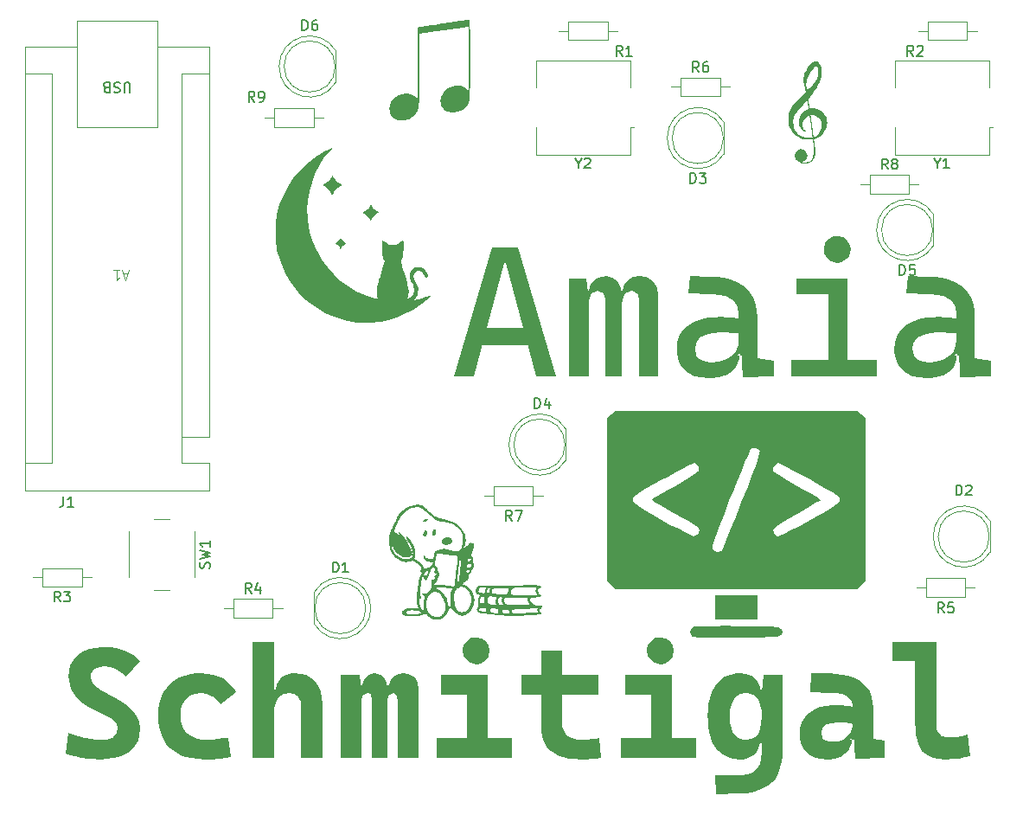
<source format=gbr>
%TF.GenerationSoftware,KiCad,Pcbnew,8.0.6*%
%TF.CreationDate,2025-02-06T10:41:56-08:00*%
%TF.ProjectId,Decorative PCB for Amaia,4465636f-7261-4746-9976-652050434220,V2*%
%TF.SameCoordinates,Original*%
%TF.FileFunction,Legend,Top*%
%TF.FilePolarity,Positive*%
%FSLAX46Y46*%
G04 Gerber Fmt 4.6, Leading zero omitted, Abs format (unit mm)*
G04 Created by KiCad (PCBNEW 8.0.6) date 2025-02-06 10:41:56*
%MOMM*%
%LPD*%
G01*
G04 APERTURE LIST*
%ADD10C,1.500000*%
%ADD11C,0.300000*%
%ADD12C,0.150000*%
%ADD13C,0.100000*%
%ADD14C,0.000000*%
%ADD15C,0.120000*%
G04 APERTURE END LIST*
D10*
G36*
X138903244Y-90790000D02*
G01*
X142564200Y-78190976D01*
X145151953Y-78190976D01*
X148812909Y-90790000D01*
X146939567Y-90790000D01*
X143939043Y-79718227D01*
X143777110Y-79718227D01*
X140776587Y-90790000D01*
X138903244Y-90790000D01*
G37*
G36*
X140598778Y-87741849D02*
G01*
X140598778Y-86065366D01*
X147028471Y-86065366D01*
X147028471Y-87741849D01*
X140598778Y-87741849D01*
G37*
G36*
X156979413Y-90790000D02*
G01*
X156979413Y-83455387D01*
X156858364Y-82809869D01*
X156291077Y-82459361D01*
X156245952Y-82458387D01*
X155645661Y-82676906D01*
X155363172Y-83266518D01*
X155318806Y-83782428D01*
X154674249Y-82407585D01*
X155407711Y-82407585D01*
X155584747Y-81797707D01*
X155849057Y-81442337D01*
X156407079Y-81113709D01*
X156995289Y-81035917D01*
X157657607Y-81110930D01*
X158238437Y-81388062D01*
X158424110Y-81569344D01*
X158730153Y-82161895D01*
X158850384Y-82803980D01*
X158871807Y-83293454D01*
X158871807Y-90790000D01*
X156979413Y-90790000D01*
G37*
G36*
X150156001Y-90790000D02*
G01*
X150156001Y-81239127D01*
X151835659Y-81239127D01*
X152048394Y-83258527D01*
X152048394Y-90790000D01*
X150156001Y-90790000D01*
G37*
G36*
X153709002Y-90790000D02*
G01*
X153709002Y-83274403D01*
X153521667Y-82662391D01*
X152959665Y-82458387D01*
X152336726Y-82711817D01*
X152080431Y-83332461D01*
X152048394Y-83782428D01*
X151495917Y-82407585D01*
X152102372Y-82407585D01*
X152274612Y-81744523D01*
X152727568Y-81262296D01*
X153370649Y-81057349D01*
X153728053Y-81035917D01*
X154389279Y-81164511D01*
X154893335Y-81550293D01*
X155198727Y-82149728D01*
X155308419Y-82798055D01*
X155318806Y-83112470D01*
X155318806Y-90790000D01*
X153709002Y-90790000D01*
G37*
G36*
X167117690Y-90878904D02*
G01*
X166990683Y-88033963D01*
X166743021Y-87224298D01*
X166743021Y-84700048D01*
X166649255Y-84042196D01*
X166302840Y-83459802D01*
X166076238Y-83271228D01*
X165485510Y-82987250D01*
X164854758Y-82840647D01*
X164179445Y-82778694D01*
X164098115Y-82775903D01*
X161831053Y-82712400D01*
X162008862Y-81035917D01*
X163920307Y-81064494D01*
X164624112Y-81099051D01*
X165269004Y-81180895D01*
X165965108Y-81341526D01*
X166576375Y-81570249D01*
X167182297Y-81923153D01*
X167406629Y-82102770D01*
X167850782Y-82584256D01*
X168185845Y-83153561D01*
X168411817Y-83810685D01*
X168518681Y-84443831D01*
X168546510Y-85020739D01*
X168546510Y-89062714D01*
X170153140Y-89259574D01*
X170153140Y-90790000D01*
X167117690Y-90878904D01*
G37*
G36*
X163777424Y-90993210D02*
G01*
X163077898Y-90947567D01*
X162391031Y-90787103D01*
X161810154Y-90511107D01*
X161481786Y-90262923D01*
X161053140Y-89747270D01*
X160783251Y-89113169D01*
X160676090Y-88441205D01*
X160668946Y-88195896D01*
X160722579Y-87558980D01*
X160915222Y-86914423D01*
X161247969Y-86358770D01*
X161720819Y-85892022D01*
X161789776Y-85839930D01*
X162407940Y-85480145D01*
X163043576Y-85249657D01*
X163767639Y-85097873D01*
X164458644Y-85030414D01*
X164955408Y-85017564D01*
X165613825Y-85034857D01*
X166254909Y-85092159D01*
X166466782Y-85122344D01*
X167096257Y-85250144D01*
X167651116Y-85430334D01*
X167260572Y-86719448D01*
X166631026Y-86609121D01*
X166088939Y-86563866D01*
X165437932Y-86545894D01*
X164920481Y-86541639D01*
X164210660Y-86579856D01*
X163517682Y-86726608D01*
X162928169Y-87036927D01*
X162543181Y-87575017D01*
X162456559Y-88106992D01*
X162590176Y-88748398D01*
X162878855Y-89116692D01*
X163468020Y-89401674D01*
X164079064Y-89469134D01*
X164750623Y-89417256D01*
X165366008Y-89245351D01*
X165558688Y-89154794D01*
X166105317Y-88772417D01*
X166447732Y-88354654D01*
X166694287Y-87763923D01*
X166743021Y-87348129D01*
X166743021Y-86278101D01*
X167295498Y-88764249D01*
X166546161Y-88764249D01*
X166847801Y-88472135D01*
X166784918Y-89109672D01*
X166556084Y-89730688D01*
X166466782Y-89875554D01*
X166011147Y-90366910D01*
X165442689Y-90699232D01*
X165399930Y-90716971D01*
X164751813Y-90905806D01*
X164119858Y-90983498D01*
X163777424Y-90993210D01*
G37*
G36*
X175503279Y-90790000D02*
G01*
X175503279Y-81782079D01*
X177398848Y-81782079D01*
X177398848Y-90790000D01*
X175503279Y-90790000D01*
G37*
G36*
X171896301Y-90790000D02*
G01*
X171896301Y-89215122D01*
X175684263Y-89215122D01*
X175684263Y-90790000D01*
X171896301Y-90790000D01*
G37*
G36*
X177217864Y-90790000D02*
G01*
X177217864Y-89215122D01*
X180307292Y-89215122D01*
X180307292Y-90790000D01*
X177217864Y-90790000D01*
G37*
G36*
X172432903Y-82814005D02*
G01*
X172432903Y-81239127D01*
X177398848Y-81239127D01*
X177398848Y-82814005D01*
X172432903Y-82814005D01*
G37*
G36*
X176389148Y-79715052D02*
G01*
X175767264Y-79563736D01*
X175452477Y-79327683D01*
X175119581Y-78779968D01*
X175065108Y-78394187D01*
X175216424Y-77769326D01*
X175452477Y-77457515D01*
X176001432Y-77127348D01*
X176389148Y-77073321D01*
X177014009Y-77223397D01*
X177325819Y-77457515D01*
X177655986Y-78003493D01*
X177710013Y-78394187D01*
X177559938Y-79013342D01*
X177325819Y-79327683D01*
X176779841Y-79660578D01*
X176389148Y-79715052D01*
G37*
G36*
X188429344Y-90878904D02*
G01*
X188302337Y-88033963D01*
X188054675Y-87224298D01*
X188054675Y-84700048D01*
X187960909Y-84042196D01*
X187614494Y-83459802D01*
X187387892Y-83271228D01*
X186797164Y-82987250D01*
X186166412Y-82840647D01*
X185491099Y-82778694D01*
X185409769Y-82775903D01*
X183142707Y-82712400D01*
X183320516Y-81035917D01*
X185231960Y-81064494D01*
X185935766Y-81099051D01*
X186580658Y-81180895D01*
X187276762Y-81341526D01*
X187888029Y-81570249D01*
X188493951Y-81923153D01*
X188718283Y-82102770D01*
X189162436Y-82584256D01*
X189497499Y-83153561D01*
X189723471Y-83810685D01*
X189830335Y-84443831D01*
X189858164Y-85020739D01*
X189858164Y-89062714D01*
X191464794Y-89259574D01*
X191464794Y-90790000D01*
X188429344Y-90878904D01*
G37*
G36*
X185089078Y-90993210D02*
G01*
X184389552Y-90947567D01*
X183702685Y-90787103D01*
X183121808Y-90511107D01*
X182793440Y-90262923D01*
X182364794Y-89747270D01*
X182094905Y-89113169D01*
X181987744Y-88441205D01*
X181980600Y-88195896D01*
X182034233Y-87558980D01*
X182226876Y-86914423D01*
X182559622Y-86358770D01*
X183032473Y-85892022D01*
X183101430Y-85839930D01*
X183719593Y-85480145D01*
X184355229Y-85249657D01*
X185079292Y-85097873D01*
X185770298Y-85030414D01*
X186267062Y-85017564D01*
X186925479Y-85034857D01*
X187566563Y-85092159D01*
X187778436Y-85122344D01*
X188407911Y-85250144D01*
X188962770Y-85430334D01*
X188572226Y-86719448D01*
X187942679Y-86609121D01*
X187400593Y-86563866D01*
X186749586Y-86545894D01*
X186232135Y-86541639D01*
X185522314Y-86579856D01*
X184829336Y-86726608D01*
X184239823Y-87036927D01*
X183854835Y-87575017D01*
X183768213Y-88106992D01*
X183901830Y-88748398D01*
X184190509Y-89116692D01*
X184779674Y-89401674D01*
X185390718Y-89469134D01*
X186062276Y-89417256D01*
X186677662Y-89245351D01*
X186870341Y-89154794D01*
X187416971Y-88772417D01*
X187759385Y-88354654D01*
X188005941Y-87763923D01*
X188054675Y-87348129D01*
X188054675Y-86278101D01*
X188607152Y-88764249D01*
X187857815Y-88764249D01*
X188159455Y-88472135D01*
X188096572Y-89109672D01*
X187867738Y-89730688D01*
X187778436Y-89875554D01*
X187322801Y-90366910D01*
X186754343Y-90699232D01*
X186711584Y-90716971D01*
X186063467Y-90905806D01*
X185431512Y-90983498D01*
X185089078Y-90993210D01*
G37*
D11*
G36*
X104164340Y-128301946D02*
G01*
X103596991Y-128286729D01*
X103040136Y-128241077D01*
X102493776Y-128164989D01*
X102385764Y-128146120D01*
X101815966Y-128026232D01*
X101288710Y-127877138D01*
X100846301Y-127716252D01*
X101117655Y-125685129D01*
X101636885Y-125887678D01*
X102153492Y-126058744D01*
X102718730Y-126210551D01*
X102769958Y-126222463D01*
X103318715Y-126329536D01*
X103884050Y-126395653D01*
X104285240Y-126410530D01*
X104838485Y-126370104D01*
X105380214Y-126205873D01*
X105523796Y-126123056D01*
X105882718Y-125691352D01*
X105953663Y-125295561D01*
X105807783Y-124772820D01*
X105414164Y-124373723D01*
X105069748Y-124177906D01*
X103527599Y-123433698D01*
X103053648Y-123176612D01*
X102571810Y-122851944D01*
X102153781Y-122494365D01*
X101759769Y-122052749D01*
X101457164Y-121576704D01*
X101253594Y-121073457D01*
X101149058Y-120543008D01*
X101133775Y-120236559D01*
X101178257Y-119653331D01*
X101311704Y-119130784D01*
X101573151Y-118607891D01*
X101950796Y-118164254D01*
X102063363Y-118065729D01*
X102576349Y-117729559D01*
X103104278Y-117514200D01*
X103706000Y-117372379D01*
X104280497Y-117309347D01*
X104693614Y-117297341D01*
X105241680Y-117324756D01*
X105773593Y-117407001D01*
X106345665Y-117562692D01*
X106568911Y-117643921D01*
X107105038Y-117890707D01*
X107601810Y-118197837D01*
X108059226Y-118565313D01*
X108145987Y-118646050D01*
X106770411Y-120223126D01*
X106345594Y-119856975D01*
X105885124Y-119546958D01*
X105719923Y-119457424D01*
X105200052Y-119255924D01*
X104698988Y-119188757D01*
X104141202Y-119251333D01*
X103664619Y-119473545D01*
X103345997Y-119924821D01*
X103293859Y-120290293D01*
X103452920Y-120821461D01*
X103554466Y-120961960D01*
X103967331Y-121334106D01*
X104298674Y-121534221D01*
X105749476Y-122278429D01*
X106220690Y-122545231D01*
X106698456Y-122873131D01*
X107111406Y-123225547D01*
X107498499Y-123651318D01*
X107797208Y-124101530D01*
X108014450Y-124622702D01*
X108111002Y-125165914D01*
X108116434Y-125333175D01*
X108067195Y-125925035D01*
X107919477Y-126454671D01*
X107630073Y-126983777D01*
X107212043Y-127431612D01*
X107087438Y-127530872D01*
X106596775Y-127831320D01*
X106022803Y-128057974D01*
X105464521Y-128193514D01*
X104845033Y-128274838D01*
X104282039Y-128301193D01*
X104164340Y-128301946D01*
G37*
G36*
X114486531Y-128301946D02*
G01*
X113828152Y-128275316D01*
X113218181Y-128195424D01*
X112656617Y-128062271D01*
X112143460Y-127875857D01*
X111591569Y-127581856D01*
X111109385Y-127211158D01*
X110703992Y-126767668D01*
X110382473Y-126257306D01*
X110144828Y-125680070D01*
X110010862Y-125147957D01*
X109935142Y-124569404D01*
X109916503Y-124073126D01*
X109943003Y-123472705D01*
X110022501Y-122915706D01*
X110187857Y-122304624D01*
X110429532Y-121756071D01*
X110747524Y-121270046D01*
X111001919Y-120980767D01*
X111442732Y-120605504D01*
X111949096Y-120307882D01*
X112521011Y-120087900D01*
X113047680Y-119963891D01*
X113619870Y-119893799D01*
X114110397Y-119876545D01*
X114708853Y-119907274D01*
X115262979Y-119999460D01*
X115833383Y-120176631D01*
X116238241Y-120368206D01*
X116696150Y-120675345D01*
X117109226Y-121091884D01*
X117421552Y-121587658D01*
X117495603Y-121751842D01*
X116012561Y-122947411D01*
X115664540Y-122491004D01*
X115235053Y-122144400D01*
X115171632Y-122106482D01*
X114669298Y-121894356D01*
X114124460Y-121812103D01*
X114048604Y-121810949D01*
X113506599Y-121866571D01*
X112963556Y-122080161D01*
X112600488Y-122380523D01*
X112286147Y-122873317D01*
X112125451Y-123443865D01*
X112084647Y-123995212D01*
X112126626Y-124540942D01*
X112274210Y-125072195D01*
X112562817Y-125559784D01*
X112756315Y-125763042D01*
X113232884Y-126081822D01*
X113756014Y-126267777D01*
X114295951Y-126352785D01*
X114669225Y-126367543D01*
X115209918Y-126354781D01*
X115751953Y-126316496D01*
X116287273Y-126253360D01*
X116807815Y-126171416D01*
X117017376Y-128076266D01*
X116475508Y-128176838D01*
X115917184Y-128243469D01*
X115754640Y-128256273D01*
X115191908Y-128287495D01*
X114641519Y-128301233D01*
X114486531Y-128301946D01*
G37*
G36*
X123911374Y-128130000D02*
G01*
X123911374Y-123226824D01*
X123854293Y-122691715D01*
X123631501Y-122202332D01*
X123613154Y-122179023D01*
X123169037Y-121871695D01*
X122761479Y-121810949D01*
X122161630Y-121913669D01*
X121709112Y-122221831D01*
X121403925Y-122735434D01*
X121259601Y-123339179D01*
X121222016Y-123957599D01*
X120754535Y-121496608D01*
X121418143Y-121496608D01*
X121548489Y-120942608D01*
X121816117Y-120444304D01*
X121968911Y-120279546D01*
X122439005Y-120004057D01*
X122980285Y-119890713D01*
X123298813Y-119876545D01*
X123898109Y-119925241D01*
X124425200Y-120071329D01*
X124931871Y-120352091D01*
X125262770Y-120655680D01*
X125599142Y-121144735D01*
X125805722Y-121664732D01*
X125925320Y-122264993D01*
X125958618Y-122856064D01*
X125958618Y-128130000D01*
X123911374Y-128130000D01*
G37*
G36*
X119174773Y-128130000D02*
G01*
X119174773Y-116781500D01*
X121222016Y-116781500D01*
X121222016Y-128130000D01*
X119174773Y-128130000D01*
G37*
G36*
X133389951Y-128130000D02*
G01*
X133389951Y-122614263D01*
X133310138Y-122066316D01*
X132906350Y-121767962D01*
X132450967Y-122100414D01*
X132361488Y-122652966D01*
X132360956Y-122710983D01*
X131818248Y-121037187D01*
X132497976Y-121037187D01*
X132663647Y-120500598D01*
X132917096Y-120185512D01*
X133412709Y-119927537D01*
X133841311Y-119876545D01*
X134386622Y-119940018D01*
X134896119Y-120197875D01*
X135023447Y-120327906D01*
X135280570Y-120829296D01*
X135381582Y-121372599D01*
X135399581Y-121786769D01*
X135399581Y-128130000D01*
X133389951Y-128130000D01*
G37*
G36*
X127766748Y-128130000D02*
G01*
X127766748Y-120048492D01*
X129604431Y-120048492D01*
X129784438Y-121757215D01*
X129784438Y-128130000D01*
X127766748Y-128130000D01*
G37*
G36*
X130842986Y-128130000D02*
G01*
X130842986Y-122458436D01*
X130706501Y-121919677D01*
X130359385Y-121767962D01*
X129894486Y-122066340D01*
X129786684Y-122596789D01*
X129784438Y-122710983D01*
X129316957Y-121037187D01*
X129891905Y-121037187D01*
X130054223Y-120476135D01*
X130443092Y-120039760D01*
X130978432Y-119881079D01*
X131106280Y-119876545D01*
X131657305Y-119999382D01*
X132025122Y-120311786D01*
X132266174Y-120819000D01*
X132352756Y-121367585D01*
X132360956Y-121633628D01*
X132360956Y-128130000D01*
X130842986Y-128130000D01*
G37*
G36*
X140109316Y-128130000D02*
G01*
X140109316Y-120502540D01*
X142148499Y-120502540D01*
X142148499Y-128130000D01*
X140109316Y-128130000D01*
G37*
G36*
X137145917Y-128130000D02*
G01*
X137145917Y-126238583D01*
X140259769Y-126238583D01*
X140259769Y-128130000D01*
X137145917Y-128130000D01*
G37*
G36*
X141998046Y-128130000D02*
G01*
X141998046Y-126238583D01*
X144520830Y-126238583D01*
X144520830Y-128130000D01*
X141998046Y-128130000D01*
G37*
G36*
X137599965Y-121939909D02*
G01*
X137599965Y-120048492D01*
X142148499Y-120048492D01*
X142148499Y-121939909D01*
X137599965Y-121939909D01*
G37*
G36*
X141038904Y-118973824D02*
G01*
X140481635Y-118871460D01*
X140093196Y-118611123D01*
X139799918Y-118131206D01*
X139730495Y-117662728D01*
X139832859Y-117105459D01*
X140093196Y-116717020D01*
X140570940Y-116421570D01*
X141038904Y-116351632D01*
X141594077Y-116454754D01*
X141981926Y-116717020D01*
X142275203Y-117194764D01*
X142344626Y-117662728D01*
X142242262Y-118220755D01*
X141981926Y-118611123D01*
X141505031Y-118904400D01*
X141038904Y-118973824D01*
G37*
G36*
X151315422Y-128301946D02*
G01*
X150696884Y-128281350D01*
X150134231Y-128219562D01*
X149532815Y-128091043D01*
X149011874Y-127903207D01*
X148505819Y-127609095D01*
X148322470Y-127458332D01*
X147963398Y-127040654D01*
X147692519Y-126525784D01*
X147530531Y-126007109D01*
X147433339Y-125417028D01*
X147401842Y-124870747D01*
X147400942Y-124755540D01*
X147400942Y-123696992D01*
X149442812Y-123696992D01*
X149442812Y-124570160D01*
X149488727Y-125108019D01*
X149665039Y-125621845D01*
X149912979Y-125940362D01*
X150397826Y-126216945D01*
X150965315Y-126340844D01*
X151468562Y-126367543D01*
X152015635Y-126344874D01*
X152210083Y-126327243D01*
X152748887Y-126264064D01*
X153115491Y-126217090D01*
X153295498Y-128121939D01*
X152743136Y-128208081D01*
X152322923Y-128256273D01*
X151771411Y-128293204D01*
X151315422Y-128301946D01*
G37*
G36*
X147400942Y-124175219D02*
G01*
X147400942Y-117641235D01*
X149442812Y-117641235D01*
X149442812Y-124175219D01*
X147400942Y-124175219D01*
G37*
G36*
X145482658Y-121939909D02*
G01*
X145482658Y-120048492D01*
X152994591Y-120048492D01*
X152994591Y-121939909D01*
X145482658Y-121939909D01*
G37*
G36*
X158142254Y-128130000D02*
G01*
X158142254Y-120502540D01*
X160181437Y-120502540D01*
X160181437Y-128130000D01*
X158142254Y-128130000D01*
G37*
G36*
X155178855Y-128130000D02*
G01*
X155178855Y-126238583D01*
X158292707Y-126238583D01*
X158292707Y-128130000D01*
X155178855Y-128130000D01*
G37*
G36*
X160030983Y-128130000D02*
G01*
X160030983Y-126238583D01*
X162553768Y-126238583D01*
X162553768Y-128130000D01*
X160030983Y-128130000D01*
G37*
G36*
X155632903Y-121939909D02*
G01*
X155632903Y-120048492D01*
X160181437Y-120048492D01*
X160181437Y-121939909D01*
X155632903Y-121939909D01*
G37*
G36*
X159071842Y-118973824D02*
G01*
X158514573Y-118871460D01*
X158126133Y-118611123D01*
X157832856Y-118131206D01*
X157763433Y-117662728D01*
X157865797Y-117105459D01*
X158126133Y-116717020D01*
X158603878Y-116421570D01*
X159071842Y-116351632D01*
X159627015Y-116454754D01*
X160014863Y-116717020D01*
X160308141Y-117194764D01*
X160377564Y-117662728D01*
X160275200Y-118220755D01*
X160014863Y-118611123D01*
X159537969Y-118904400D01*
X159071842Y-118973824D01*
G37*
G36*
X164490858Y-131697899D02*
G01*
X164415631Y-129892456D01*
X166984089Y-129817229D01*
X167533406Y-129758951D01*
X168079537Y-129574589D01*
X168518178Y-129231535D01*
X168807961Y-128740755D01*
X168947279Y-128219216D01*
X168993255Y-127662343D01*
X168993719Y-127595352D01*
X168993719Y-121746468D01*
X169144173Y-120048492D01*
X171040963Y-120048492D01*
X171040963Y-127364298D01*
X171016431Y-128006804D01*
X170942836Y-128594342D01*
X170820178Y-129126915D01*
X170608225Y-129693445D01*
X170325621Y-130180824D01*
X170036147Y-130526510D01*
X169617405Y-130876113D01*
X169114787Y-131159221D01*
X168528295Y-131375834D01*
X167975481Y-131505550D01*
X167364421Y-131589089D01*
X166833635Y-131622672D01*
X164490858Y-131697899D01*
G37*
G36*
X166855129Y-128301946D02*
G01*
X166235573Y-128249879D01*
X165679269Y-128093677D01*
X165186218Y-127833340D01*
X164756419Y-127468868D01*
X164539218Y-127213845D01*
X164216786Y-126692804D01*
X164003447Y-126174570D01*
X163848292Y-125590219D01*
X163763442Y-125052753D01*
X163718996Y-124469373D01*
X163711723Y-124097306D01*
X163731926Y-123489919D01*
X163792533Y-122927135D01*
X163918597Y-122310669D01*
X164102844Y-121758433D01*
X164345274Y-121270424D01*
X164539218Y-120980767D01*
X164933644Y-120550509D01*
X165392866Y-120225928D01*
X165916882Y-120007025D01*
X166505693Y-119893799D01*
X166871249Y-119876545D01*
X167447193Y-119924165D01*
X167993606Y-120103233D01*
X168257571Y-120279546D01*
X168608066Y-120710043D01*
X168820253Y-121253454D01*
X168872819Y-121499295D01*
X169463886Y-121499295D01*
X168993719Y-124097306D01*
X168969371Y-123542340D01*
X168870457Y-122961505D01*
X168651326Y-122430048D01*
X168604152Y-122359030D01*
X168187686Y-121984365D01*
X167665593Y-121824329D01*
X167430076Y-121810949D01*
X166879093Y-121909828D01*
X166410689Y-122237476D01*
X166274808Y-122410076D01*
X166025955Y-122928184D01*
X165906314Y-123464994D01*
X165866832Y-124029777D01*
X165866434Y-124097306D01*
X165897674Y-124688040D01*
X166005666Y-125241222D01*
X166237076Y-125761659D01*
X166261374Y-125797969D01*
X166680778Y-126187326D01*
X167198233Y-126353637D01*
X167430076Y-126367543D01*
X167969368Y-126303732D01*
X168473916Y-126037940D01*
X168649825Y-125827522D01*
X168859385Y-125331076D01*
X168960136Y-124777684D01*
X168993383Y-124171058D01*
X168993719Y-124097306D01*
X169539113Y-126679197D01*
X168827145Y-126679197D01*
X168682065Y-127230678D01*
X168402106Y-127699358D01*
X168198464Y-127896259D01*
X167692740Y-128173584D01*
X167157757Y-128287684D01*
X166855129Y-128301946D01*
G37*
G36*
X178139148Y-128205226D02*
G01*
X177964515Y-125797969D01*
X177934961Y-124717927D01*
X177934961Y-123095177D01*
X177814533Y-122549041D01*
X177420600Y-122139575D01*
X177386880Y-122119916D01*
X176853770Y-121914551D01*
X176324202Y-121818733D01*
X175758757Y-121778709D01*
X173711514Y-121724975D01*
X173861967Y-119876545D01*
X175608304Y-119900725D01*
X176261015Y-119929966D01*
X176859023Y-119999219D01*
X177402326Y-120108483D01*
X177982080Y-120292415D01*
X178483060Y-120533964D01*
X178840369Y-120779267D01*
X179252831Y-121186678D01*
X179563986Y-121668398D01*
X179773835Y-122224426D01*
X179873074Y-122760165D01*
X179898918Y-123248318D01*
X179898918Y-126281570D01*
X181011200Y-126450830D01*
X181011200Y-128130000D01*
X178139148Y-128205226D01*
G37*
G36*
X175425610Y-128301946D02*
G01*
X174822788Y-128261814D01*
X174290491Y-128141418D01*
X173775957Y-127910031D01*
X173437473Y-127659832D01*
X173063438Y-127205774D01*
X172845251Y-126706943D01*
X172739275Y-126122678D01*
X172728192Y-125835582D01*
X172772674Y-125264494D01*
X172932447Y-124687070D01*
X173208419Y-124189909D01*
X173600589Y-123773014D01*
X173657780Y-123726545D01*
X174171270Y-123404480D01*
X174700466Y-123198158D01*
X175304227Y-123062287D01*
X175881085Y-123001900D01*
X176296092Y-122990397D01*
X176836270Y-123003768D01*
X177371757Y-123051792D01*
X177432554Y-123060251D01*
X177976132Y-123159616D01*
X178402442Y-123269811D01*
X178071981Y-124863007D01*
X177531803Y-124759917D01*
X177201500Y-124728674D01*
X176654185Y-124711704D01*
X176392812Y-124709867D01*
X175854113Y-124744059D01*
X175309223Y-124896024D01*
X174906747Y-125256940D01*
X174807676Y-125682442D01*
X174954797Y-126205091D01*
X175092463Y-126351423D01*
X175613457Y-126559913D01*
X175933391Y-126582477D01*
X176472394Y-126532595D01*
X176986388Y-126353428D01*
X177042986Y-126321870D01*
X177474166Y-125984483D01*
X177711967Y-125660949D01*
X177903603Y-125148802D01*
X177934961Y-124833454D01*
X177934961Y-124312240D01*
X178222435Y-126415903D01*
X177580321Y-126415903D01*
X177843614Y-126168729D01*
X177780924Y-126708184D01*
X177596189Y-127233659D01*
X177526587Y-127356238D01*
X177171946Y-127772001D01*
X176699092Y-128068206D01*
X176154333Y-128235979D01*
X175607716Y-128298294D01*
X175425610Y-128301946D01*
G37*
G36*
X186876203Y-128301946D02*
G01*
X186338638Y-128272666D01*
X185786448Y-128164491D01*
X185254236Y-127943260D01*
X184781544Y-127569933D01*
X184694626Y-127469078D01*
X184403122Y-126989004D01*
X184216378Y-126466732D01*
X184093399Y-125849068D01*
X184038743Y-125243717D01*
X184028332Y-124801214D01*
X184028332Y-116781500D01*
X186067515Y-116781500D01*
X186067515Y-124715240D01*
X186108445Y-125268527D01*
X186172295Y-125531988D01*
X186508465Y-125961310D01*
X186580669Y-126002156D01*
X187105255Y-126134831D01*
X187480704Y-126152609D01*
X188027526Y-126112183D01*
X188558248Y-126016733D01*
X189094224Y-125882822D01*
X189157187Y-125865136D01*
X189390928Y-127982233D01*
X188837820Y-128110500D01*
X188302196Y-128203799D01*
X188152372Y-128224033D01*
X187614545Y-128277294D01*
X187044834Y-128300729D01*
X186876203Y-128301946D01*
G37*
G36*
X181760781Y-118672916D02*
G01*
X181760781Y-116781500D01*
X184162665Y-116781500D01*
X184162665Y-118672916D01*
X181760781Y-118672916D01*
G37*
D12*
X123991905Y-56954819D02*
X123991905Y-55954819D01*
X123991905Y-55954819D02*
X124230000Y-55954819D01*
X124230000Y-55954819D02*
X124372857Y-56002438D01*
X124372857Y-56002438D02*
X124468095Y-56097676D01*
X124468095Y-56097676D02*
X124515714Y-56192914D01*
X124515714Y-56192914D02*
X124563333Y-56383390D01*
X124563333Y-56383390D02*
X124563333Y-56526247D01*
X124563333Y-56526247D02*
X124515714Y-56716723D01*
X124515714Y-56716723D02*
X124468095Y-56811961D01*
X124468095Y-56811961D02*
X124372857Y-56907200D01*
X124372857Y-56907200D02*
X124230000Y-56954819D01*
X124230000Y-56954819D02*
X123991905Y-56954819D01*
X125420476Y-55954819D02*
X125230000Y-55954819D01*
X125230000Y-55954819D02*
X125134762Y-56002438D01*
X125134762Y-56002438D02*
X125087143Y-56050057D01*
X125087143Y-56050057D02*
X124991905Y-56192914D01*
X124991905Y-56192914D02*
X124944286Y-56383390D01*
X124944286Y-56383390D02*
X124944286Y-56764342D01*
X124944286Y-56764342D02*
X124991905Y-56859580D01*
X124991905Y-56859580D02*
X125039524Y-56907200D01*
X125039524Y-56907200D02*
X125134762Y-56954819D01*
X125134762Y-56954819D02*
X125325238Y-56954819D01*
X125325238Y-56954819D02*
X125420476Y-56907200D01*
X125420476Y-56907200D02*
X125468095Y-56859580D01*
X125468095Y-56859580D02*
X125515714Y-56764342D01*
X125515714Y-56764342D02*
X125515714Y-56526247D01*
X125515714Y-56526247D02*
X125468095Y-56431009D01*
X125468095Y-56431009D02*
X125420476Y-56383390D01*
X125420476Y-56383390D02*
X125325238Y-56335771D01*
X125325238Y-56335771D02*
X125134762Y-56335771D01*
X125134762Y-56335771D02*
X125039524Y-56383390D01*
X125039524Y-56383390D02*
X124991905Y-56431009D01*
X124991905Y-56431009D02*
X124944286Y-56526247D01*
X126991905Y-109994819D02*
X126991905Y-108994819D01*
X126991905Y-108994819D02*
X127230000Y-108994819D01*
X127230000Y-108994819D02*
X127372857Y-109042438D01*
X127372857Y-109042438D02*
X127468095Y-109137676D01*
X127468095Y-109137676D02*
X127515714Y-109232914D01*
X127515714Y-109232914D02*
X127563333Y-109423390D01*
X127563333Y-109423390D02*
X127563333Y-109566247D01*
X127563333Y-109566247D02*
X127515714Y-109756723D01*
X127515714Y-109756723D02*
X127468095Y-109851961D01*
X127468095Y-109851961D02*
X127372857Y-109947200D01*
X127372857Y-109947200D02*
X127230000Y-109994819D01*
X127230000Y-109994819D02*
X126991905Y-109994819D01*
X128515714Y-109994819D02*
X127944286Y-109994819D01*
X128230000Y-109994819D02*
X128230000Y-108994819D01*
X128230000Y-108994819D02*
X128134762Y-109137676D01*
X128134762Y-109137676D02*
X128039524Y-109232914D01*
X128039524Y-109232914D02*
X127944286Y-109280533D01*
X100616666Y-102564819D02*
X100616666Y-103279104D01*
X100616666Y-103279104D02*
X100569047Y-103421961D01*
X100569047Y-103421961D02*
X100473809Y-103517200D01*
X100473809Y-103517200D02*
X100330952Y-103564819D01*
X100330952Y-103564819D02*
X100235714Y-103564819D01*
X101616666Y-103564819D02*
X101045238Y-103564819D01*
X101330952Y-103564819D02*
X101330952Y-102564819D01*
X101330952Y-102564819D02*
X101235714Y-102707676D01*
X101235714Y-102707676D02*
X101140476Y-102802914D01*
X101140476Y-102802914D02*
X101045238Y-102850533D01*
X119333333Y-63954819D02*
X119000000Y-63478628D01*
X118761905Y-63954819D02*
X118761905Y-62954819D01*
X118761905Y-62954819D02*
X119142857Y-62954819D01*
X119142857Y-62954819D02*
X119238095Y-63002438D01*
X119238095Y-63002438D02*
X119285714Y-63050057D01*
X119285714Y-63050057D02*
X119333333Y-63145295D01*
X119333333Y-63145295D02*
X119333333Y-63288152D01*
X119333333Y-63288152D02*
X119285714Y-63383390D01*
X119285714Y-63383390D02*
X119238095Y-63431009D01*
X119238095Y-63431009D02*
X119142857Y-63478628D01*
X119142857Y-63478628D02*
X118761905Y-63478628D01*
X119809524Y-63954819D02*
X120000000Y-63954819D01*
X120000000Y-63954819D02*
X120095238Y-63907200D01*
X120095238Y-63907200D02*
X120142857Y-63859580D01*
X120142857Y-63859580D02*
X120238095Y-63716723D01*
X120238095Y-63716723D02*
X120285714Y-63526247D01*
X120285714Y-63526247D02*
X120285714Y-63145295D01*
X120285714Y-63145295D02*
X120238095Y-63050057D01*
X120238095Y-63050057D02*
X120190476Y-63002438D01*
X120190476Y-63002438D02*
X120095238Y-62954819D01*
X120095238Y-62954819D02*
X119904762Y-62954819D01*
X119904762Y-62954819D02*
X119809524Y-63002438D01*
X119809524Y-63002438D02*
X119761905Y-63050057D01*
X119761905Y-63050057D02*
X119714286Y-63145295D01*
X119714286Y-63145295D02*
X119714286Y-63383390D01*
X119714286Y-63383390D02*
X119761905Y-63478628D01*
X119761905Y-63478628D02*
X119809524Y-63526247D01*
X119809524Y-63526247D02*
X119904762Y-63573866D01*
X119904762Y-63573866D02*
X120095238Y-63573866D01*
X120095238Y-63573866D02*
X120190476Y-63526247D01*
X120190476Y-63526247D02*
X120238095Y-63478628D01*
X120238095Y-63478628D02*
X120285714Y-63383390D01*
X155333333Y-59454819D02*
X155000000Y-58978628D01*
X154761905Y-59454819D02*
X154761905Y-58454819D01*
X154761905Y-58454819D02*
X155142857Y-58454819D01*
X155142857Y-58454819D02*
X155238095Y-58502438D01*
X155238095Y-58502438D02*
X155285714Y-58550057D01*
X155285714Y-58550057D02*
X155333333Y-58645295D01*
X155333333Y-58645295D02*
X155333333Y-58788152D01*
X155333333Y-58788152D02*
X155285714Y-58883390D01*
X155285714Y-58883390D02*
X155238095Y-58931009D01*
X155238095Y-58931009D02*
X155142857Y-58978628D01*
X155142857Y-58978628D02*
X154761905Y-58978628D01*
X156285714Y-59454819D02*
X155714286Y-59454819D01*
X156000000Y-59454819D02*
X156000000Y-58454819D01*
X156000000Y-58454819D02*
X155904762Y-58597676D01*
X155904762Y-58597676D02*
X155809524Y-58692914D01*
X155809524Y-58692914D02*
X155714286Y-58740533D01*
X183833333Y-59454819D02*
X183500000Y-58978628D01*
X183261905Y-59454819D02*
X183261905Y-58454819D01*
X183261905Y-58454819D02*
X183642857Y-58454819D01*
X183642857Y-58454819D02*
X183738095Y-58502438D01*
X183738095Y-58502438D02*
X183785714Y-58550057D01*
X183785714Y-58550057D02*
X183833333Y-58645295D01*
X183833333Y-58645295D02*
X183833333Y-58788152D01*
X183833333Y-58788152D02*
X183785714Y-58883390D01*
X183785714Y-58883390D02*
X183738095Y-58931009D01*
X183738095Y-58931009D02*
X183642857Y-58978628D01*
X183642857Y-58978628D02*
X183261905Y-58978628D01*
X184214286Y-58550057D02*
X184261905Y-58502438D01*
X184261905Y-58502438D02*
X184357143Y-58454819D01*
X184357143Y-58454819D02*
X184595238Y-58454819D01*
X184595238Y-58454819D02*
X184690476Y-58502438D01*
X184690476Y-58502438D02*
X184738095Y-58550057D01*
X184738095Y-58550057D02*
X184785714Y-58645295D01*
X184785714Y-58645295D02*
X184785714Y-58740533D01*
X184785714Y-58740533D02*
X184738095Y-58883390D01*
X184738095Y-58883390D02*
X184166667Y-59454819D01*
X184166667Y-59454819D02*
X184785714Y-59454819D01*
X144523333Y-104954819D02*
X144190000Y-104478628D01*
X143951905Y-104954819D02*
X143951905Y-103954819D01*
X143951905Y-103954819D02*
X144332857Y-103954819D01*
X144332857Y-103954819D02*
X144428095Y-104002438D01*
X144428095Y-104002438D02*
X144475714Y-104050057D01*
X144475714Y-104050057D02*
X144523333Y-104145295D01*
X144523333Y-104145295D02*
X144523333Y-104288152D01*
X144523333Y-104288152D02*
X144475714Y-104383390D01*
X144475714Y-104383390D02*
X144428095Y-104431009D01*
X144428095Y-104431009D02*
X144332857Y-104478628D01*
X144332857Y-104478628D02*
X143951905Y-104478628D01*
X144856667Y-103954819D02*
X145523333Y-103954819D01*
X145523333Y-103954819D02*
X145094762Y-104954819D01*
X162833333Y-61034819D02*
X162500000Y-60558628D01*
X162261905Y-61034819D02*
X162261905Y-60034819D01*
X162261905Y-60034819D02*
X162642857Y-60034819D01*
X162642857Y-60034819D02*
X162738095Y-60082438D01*
X162738095Y-60082438D02*
X162785714Y-60130057D01*
X162785714Y-60130057D02*
X162833333Y-60225295D01*
X162833333Y-60225295D02*
X162833333Y-60368152D01*
X162833333Y-60368152D02*
X162785714Y-60463390D01*
X162785714Y-60463390D02*
X162738095Y-60511009D01*
X162738095Y-60511009D02*
X162642857Y-60558628D01*
X162642857Y-60558628D02*
X162261905Y-60558628D01*
X163690476Y-60034819D02*
X163500000Y-60034819D01*
X163500000Y-60034819D02*
X163404762Y-60082438D01*
X163404762Y-60082438D02*
X163357143Y-60130057D01*
X163357143Y-60130057D02*
X163261905Y-60272914D01*
X163261905Y-60272914D02*
X163214286Y-60463390D01*
X163214286Y-60463390D02*
X163214286Y-60844342D01*
X163214286Y-60844342D02*
X163261905Y-60939580D01*
X163261905Y-60939580D02*
X163309524Y-60987200D01*
X163309524Y-60987200D02*
X163404762Y-61034819D01*
X163404762Y-61034819D02*
X163595238Y-61034819D01*
X163595238Y-61034819D02*
X163690476Y-60987200D01*
X163690476Y-60987200D02*
X163738095Y-60939580D01*
X163738095Y-60939580D02*
X163785714Y-60844342D01*
X163785714Y-60844342D02*
X163785714Y-60606247D01*
X163785714Y-60606247D02*
X163738095Y-60511009D01*
X163738095Y-60511009D02*
X163690476Y-60463390D01*
X163690476Y-60463390D02*
X163595238Y-60415771D01*
X163595238Y-60415771D02*
X163404762Y-60415771D01*
X163404762Y-60415771D02*
X163309524Y-60463390D01*
X163309524Y-60463390D02*
X163261905Y-60511009D01*
X163261905Y-60511009D02*
X163214286Y-60606247D01*
X151023809Y-69978628D02*
X151023809Y-70454819D01*
X150690476Y-69454819D02*
X151023809Y-69978628D01*
X151023809Y-69978628D02*
X151357142Y-69454819D01*
X151642857Y-69550057D02*
X151690476Y-69502438D01*
X151690476Y-69502438D02*
X151785714Y-69454819D01*
X151785714Y-69454819D02*
X152023809Y-69454819D01*
X152023809Y-69454819D02*
X152119047Y-69502438D01*
X152119047Y-69502438D02*
X152166666Y-69550057D01*
X152166666Y-69550057D02*
X152214285Y-69645295D01*
X152214285Y-69645295D02*
X152214285Y-69740533D01*
X152214285Y-69740533D02*
X152166666Y-69883390D01*
X152166666Y-69883390D02*
X151595238Y-70454819D01*
X151595238Y-70454819D02*
X152214285Y-70454819D01*
X188031905Y-102454819D02*
X188031905Y-101454819D01*
X188031905Y-101454819D02*
X188270000Y-101454819D01*
X188270000Y-101454819D02*
X188412857Y-101502438D01*
X188412857Y-101502438D02*
X188508095Y-101597676D01*
X188508095Y-101597676D02*
X188555714Y-101692914D01*
X188555714Y-101692914D02*
X188603333Y-101883390D01*
X188603333Y-101883390D02*
X188603333Y-102026247D01*
X188603333Y-102026247D02*
X188555714Y-102216723D01*
X188555714Y-102216723D02*
X188508095Y-102311961D01*
X188508095Y-102311961D02*
X188412857Y-102407200D01*
X188412857Y-102407200D02*
X188270000Y-102454819D01*
X188270000Y-102454819D02*
X188031905Y-102454819D01*
X188984286Y-101550057D02*
X189031905Y-101502438D01*
X189031905Y-101502438D02*
X189127143Y-101454819D01*
X189127143Y-101454819D02*
X189365238Y-101454819D01*
X189365238Y-101454819D02*
X189460476Y-101502438D01*
X189460476Y-101502438D02*
X189508095Y-101550057D01*
X189508095Y-101550057D02*
X189555714Y-101645295D01*
X189555714Y-101645295D02*
X189555714Y-101740533D01*
X189555714Y-101740533D02*
X189508095Y-101883390D01*
X189508095Y-101883390D02*
X188936667Y-102454819D01*
X188936667Y-102454819D02*
X189555714Y-102454819D01*
D13*
X106964285Y-80728295D02*
X106488095Y-80728295D01*
X107059523Y-80442580D02*
X106726190Y-81442580D01*
X106726190Y-81442580D02*
X106392857Y-80442580D01*
X105535714Y-80442580D02*
X106107142Y-80442580D01*
X105821428Y-80442580D02*
X105821428Y-81442580D01*
X105821428Y-81442580D02*
X105916666Y-81299723D01*
X105916666Y-81299723D02*
X106011904Y-81204485D01*
X106011904Y-81204485D02*
X106107142Y-81156866D01*
D12*
X107141904Y-63045180D02*
X107141904Y-62235657D01*
X107141904Y-62235657D02*
X107094285Y-62140419D01*
X107094285Y-62140419D02*
X107046666Y-62092800D01*
X107046666Y-62092800D02*
X106951428Y-62045180D01*
X106951428Y-62045180D02*
X106760952Y-62045180D01*
X106760952Y-62045180D02*
X106665714Y-62092800D01*
X106665714Y-62092800D02*
X106618095Y-62140419D01*
X106618095Y-62140419D02*
X106570476Y-62235657D01*
X106570476Y-62235657D02*
X106570476Y-63045180D01*
X106141904Y-62092800D02*
X105999047Y-62045180D01*
X105999047Y-62045180D02*
X105760952Y-62045180D01*
X105760952Y-62045180D02*
X105665714Y-62092800D01*
X105665714Y-62092800D02*
X105618095Y-62140419D01*
X105618095Y-62140419D02*
X105570476Y-62235657D01*
X105570476Y-62235657D02*
X105570476Y-62330895D01*
X105570476Y-62330895D02*
X105618095Y-62426133D01*
X105618095Y-62426133D02*
X105665714Y-62473752D01*
X105665714Y-62473752D02*
X105760952Y-62521371D01*
X105760952Y-62521371D02*
X105951428Y-62568990D01*
X105951428Y-62568990D02*
X106046666Y-62616609D01*
X106046666Y-62616609D02*
X106094285Y-62664228D01*
X106094285Y-62664228D02*
X106141904Y-62759466D01*
X106141904Y-62759466D02*
X106141904Y-62854704D01*
X106141904Y-62854704D02*
X106094285Y-62949942D01*
X106094285Y-62949942D02*
X106046666Y-62997561D01*
X106046666Y-62997561D02*
X105951428Y-63045180D01*
X105951428Y-63045180D02*
X105713333Y-63045180D01*
X105713333Y-63045180D02*
X105570476Y-62997561D01*
X104808571Y-62568990D02*
X104665714Y-62521371D01*
X104665714Y-62521371D02*
X104618095Y-62473752D01*
X104618095Y-62473752D02*
X104570476Y-62378514D01*
X104570476Y-62378514D02*
X104570476Y-62235657D01*
X104570476Y-62235657D02*
X104618095Y-62140419D01*
X104618095Y-62140419D02*
X104665714Y-62092800D01*
X104665714Y-62092800D02*
X104760952Y-62045180D01*
X104760952Y-62045180D02*
X105141904Y-62045180D01*
X105141904Y-62045180D02*
X105141904Y-63045180D01*
X105141904Y-63045180D02*
X104808571Y-63045180D01*
X104808571Y-63045180D02*
X104713333Y-62997561D01*
X104713333Y-62997561D02*
X104665714Y-62949942D01*
X104665714Y-62949942D02*
X104618095Y-62854704D01*
X104618095Y-62854704D02*
X104618095Y-62759466D01*
X104618095Y-62759466D02*
X104665714Y-62664228D01*
X104665714Y-62664228D02*
X104713333Y-62616609D01*
X104713333Y-62616609D02*
X104808571Y-62568990D01*
X104808571Y-62568990D02*
X105141904Y-62568990D01*
X161991905Y-71914819D02*
X161991905Y-70914819D01*
X161991905Y-70914819D02*
X162230000Y-70914819D01*
X162230000Y-70914819D02*
X162372857Y-70962438D01*
X162372857Y-70962438D02*
X162468095Y-71057676D01*
X162468095Y-71057676D02*
X162515714Y-71152914D01*
X162515714Y-71152914D02*
X162563333Y-71343390D01*
X162563333Y-71343390D02*
X162563333Y-71486247D01*
X162563333Y-71486247D02*
X162515714Y-71676723D01*
X162515714Y-71676723D02*
X162468095Y-71771961D01*
X162468095Y-71771961D02*
X162372857Y-71867200D01*
X162372857Y-71867200D02*
X162230000Y-71914819D01*
X162230000Y-71914819D02*
X161991905Y-71914819D01*
X162896667Y-70914819D02*
X163515714Y-70914819D01*
X163515714Y-70914819D02*
X163182381Y-71295771D01*
X163182381Y-71295771D02*
X163325238Y-71295771D01*
X163325238Y-71295771D02*
X163420476Y-71343390D01*
X163420476Y-71343390D02*
X163468095Y-71391009D01*
X163468095Y-71391009D02*
X163515714Y-71486247D01*
X163515714Y-71486247D02*
X163515714Y-71724342D01*
X163515714Y-71724342D02*
X163468095Y-71819580D01*
X163468095Y-71819580D02*
X163420476Y-71867200D01*
X163420476Y-71867200D02*
X163325238Y-71914819D01*
X163325238Y-71914819D02*
X163039524Y-71914819D01*
X163039524Y-71914819D02*
X162944286Y-71867200D01*
X162944286Y-71867200D02*
X162896667Y-71819580D01*
X119023333Y-112034819D02*
X118690000Y-111558628D01*
X118451905Y-112034819D02*
X118451905Y-111034819D01*
X118451905Y-111034819D02*
X118832857Y-111034819D01*
X118832857Y-111034819D02*
X118928095Y-111082438D01*
X118928095Y-111082438D02*
X118975714Y-111130057D01*
X118975714Y-111130057D02*
X119023333Y-111225295D01*
X119023333Y-111225295D02*
X119023333Y-111368152D01*
X119023333Y-111368152D02*
X118975714Y-111463390D01*
X118975714Y-111463390D02*
X118928095Y-111511009D01*
X118928095Y-111511009D02*
X118832857Y-111558628D01*
X118832857Y-111558628D02*
X118451905Y-111558628D01*
X119880476Y-111368152D02*
X119880476Y-112034819D01*
X119642381Y-110987200D02*
X119404286Y-111701485D01*
X119404286Y-111701485D02*
X120023333Y-111701485D01*
X181333333Y-70534819D02*
X181000000Y-70058628D01*
X180761905Y-70534819D02*
X180761905Y-69534819D01*
X180761905Y-69534819D02*
X181142857Y-69534819D01*
X181142857Y-69534819D02*
X181238095Y-69582438D01*
X181238095Y-69582438D02*
X181285714Y-69630057D01*
X181285714Y-69630057D02*
X181333333Y-69725295D01*
X181333333Y-69725295D02*
X181333333Y-69868152D01*
X181333333Y-69868152D02*
X181285714Y-69963390D01*
X181285714Y-69963390D02*
X181238095Y-70011009D01*
X181238095Y-70011009D02*
X181142857Y-70058628D01*
X181142857Y-70058628D02*
X180761905Y-70058628D01*
X181904762Y-69963390D02*
X181809524Y-69915771D01*
X181809524Y-69915771D02*
X181761905Y-69868152D01*
X181761905Y-69868152D02*
X181714286Y-69772914D01*
X181714286Y-69772914D02*
X181714286Y-69725295D01*
X181714286Y-69725295D02*
X181761905Y-69630057D01*
X181761905Y-69630057D02*
X181809524Y-69582438D01*
X181809524Y-69582438D02*
X181904762Y-69534819D01*
X181904762Y-69534819D02*
X182095238Y-69534819D01*
X182095238Y-69534819D02*
X182190476Y-69582438D01*
X182190476Y-69582438D02*
X182238095Y-69630057D01*
X182238095Y-69630057D02*
X182285714Y-69725295D01*
X182285714Y-69725295D02*
X182285714Y-69772914D01*
X182285714Y-69772914D02*
X182238095Y-69868152D01*
X182238095Y-69868152D02*
X182190476Y-69915771D01*
X182190476Y-69915771D02*
X182095238Y-69963390D01*
X182095238Y-69963390D02*
X181904762Y-69963390D01*
X181904762Y-69963390D02*
X181809524Y-70011009D01*
X181809524Y-70011009D02*
X181761905Y-70058628D01*
X181761905Y-70058628D02*
X181714286Y-70153866D01*
X181714286Y-70153866D02*
X181714286Y-70344342D01*
X181714286Y-70344342D02*
X181761905Y-70439580D01*
X181761905Y-70439580D02*
X181809524Y-70487200D01*
X181809524Y-70487200D02*
X181904762Y-70534819D01*
X181904762Y-70534819D02*
X182095238Y-70534819D01*
X182095238Y-70534819D02*
X182190476Y-70487200D01*
X182190476Y-70487200D02*
X182238095Y-70439580D01*
X182238095Y-70439580D02*
X182285714Y-70344342D01*
X182285714Y-70344342D02*
X182285714Y-70153866D01*
X182285714Y-70153866D02*
X182238095Y-70058628D01*
X182238095Y-70058628D02*
X182190476Y-70011009D01*
X182190476Y-70011009D02*
X182095238Y-69963390D01*
X182491905Y-80914819D02*
X182491905Y-79914819D01*
X182491905Y-79914819D02*
X182730000Y-79914819D01*
X182730000Y-79914819D02*
X182872857Y-79962438D01*
X182872857Y-79962438D02*
X182968095Y-80057676D01*
X182968095Y-80057676D02*
X183015714Y-80152914D01*
X183015714Y-80152914D02*
X183063333Y-80343390D01*
X183063333Y-80343390D02*
X183063333Y-80486247D01*
X183063333Y-80486247D02*
X183015714Y-80676723D01*
X183015714Y-80676723D02*
X182968095Y-80771961D01*
X182968095Y-80771961D02*
X182872857Y-80867200D01*
X182872857Y-80867200D02*
X182730000Y-80914819D01*
X182730000Y-80914819D02*
X182491905Y-80914819D01*
X183968095Y-79914819D02*
X183491905Y-79914819D01*
X183491905Y-79914819D02*
X183444286Y-80391009D01*
X183444286Y-80391009D02*
X183491905Y-80343390D01*
X183491905Y-80343390D02*
X183587143Y-80295771D01*
X183587143Y-80295771D02*
X183825238Y-80295771D01*
X183825238Y-80295771D02*
X183920476Y-80343390D01*
X183920476Y-80343390D02*
X183968095Y-80391009D01*
X183968095Y-80391009D02*
X184015714Y-80486247D01*
X184015714Y-80486247D02*
X184015714Y-80724342D01*
X184015714Y-80724342D02*
X183968095Y-80819580D01*
X183968095Y-80819580D02*
X183920476Y-80867200D01*
X183920476Y-80867200D02*
X183825238Y-80914819D01*
X183825238Y-80914819D02*
X183587143Y-80914819D01*
X183587143Y-80914819D02*
X183491905Y-80867200D01*
X183491905Y-80867200D02*
X183444286Y-80819580D01*
X186173809Y-69978628D02*
X186173809Y-70454819D01*
X185840476Y-69454819D02*
X186173809Y-69978628D01*
X186173809Y-69978628D02*
X186507142Y-69454819D01*
X187364285Y-70454819D02*
X186792857Y-70454819D01*
X187078571Y-70454819D02*
X187078571Y-69454819D01*
X187078571Y-69454819D02*
X186983333Y-69597676D01*
X186983333Y-69597676D02*
X186888095Y-69692914D01*
X186888095Y-69692914D02*
X186792857Y-69740533D01*
X186833333Y-113954819D02*
X186500000Y-113478628D01*
X186261905Y-113954819D02*
X186261905Y-112954819D01*
X186261905Y-112954819D02*
X186642857Y-112954819D01*
X186642857Y-112954819D02*
X186738095Y-113002438D01*
X186738095Y-113002438D02*
X186785714Y-113050057D01*
X186785714Y-113050057D02*
X186833333Y-113145295D01*
X186833333Y-113145295D02*
X186833333Y-113288152D01*
X186833333Y-113288152D02*
X186785714Y-113383390D01*
X186785714Y-113383390D02*
X186738095Y-113431009D01*
X186738095Y-113431009D02*
X186642857Y-113478628D01*
X186642857Y-113478628D02*
X186261905Y-113478628D01*
X187738095Y-112954819D02*
X187261905Y-112954819D01*
X187261905Y-112954819D02*
X187214286Y-113431009D01*
X187214286Y-113431009D02*
X187261905Y-113383390D01*
X187261905Y-113383390D02*
X187357143Y-113335771D01*
X187357143Y-113335771D02*
X187595238Y-113335771D01*
X187595238Y-113335771D02*
X187690476Y-113383390D01*
X187690476Y-113383390D02*
X187738095Y-113431009D01*
X187738095Y-113431009D02*
X187785714Y-113526247D01*
X187785714Y-113526247D02*
X187785714Y-113764342D01*
X187785714Y-113764342D02*
X187738095Y-113859580D01*
X187738095Y-113859580D02*
X187690476Y-113907200D01*
X187690476Y-113907200D02*
X187595238Y-113954819D01*
X187595238Y-113954819D02*
X187357143Y-113954819D01*
X187357143Y-113954819D02*
X187261905Y-113907200D01*
X187261905Y-113907200D02*
X187214286Y-113859580D01*
X146761905Y-93954819D02*
X146761905Y-92954819D01*
X146761905Y-92954819D02*
X147000000Y-92954819D01*
X147000000Y-92954819D02*
X147142857Y-93002438D01*
X147142857Y-93002438D02*
X147238095Y-93097676D01*
X147238095Y-93097676D02*
X147285714Y-93192914D01*
X147285714Y-93192914D02*
X147333333Y-93383390D01*
X147333333Y-93383390D02*
X147333333Y-93526247D01*
X147333333Y-93526247D02*
X147285714Y-93716723D01*
X147285714Y-93716723D02*
X147238095Y-93811961D01*
X147238095Y-93811961D02*
X147142857Y-93907200D01*
X147142857Y-93907200D02*
X147000000Y-93954819D01*
X147000000Y-93954819D02*
X146761905Y-93954819D01*
X148190476Y-93288152D02*
X148190476Y-93954819D01*
X147952381Y-92907200D02*
X147714286Y-93621485D01*
X147714286Y-93621485D02*
X148333333Y-93621485D01*
X114907200Y-109583332D02*
X114954819Y-109440475D01*
X114954819Y-109440475D02*
X114954819Y-109202380D01*
X114954819Y-109202380D02*
X114907200Y-109107142D01*
X114907200Y-109107142D02*
X114859580Y-109059523D01*
X114859580Y-109059523D02*
X114764342Y-109011904D01*
X114764342Y-109011904D02*
X114669104Y-109011904D01*
X114669104Y-109011904D02*
X114573866Y-109059523D01*
X114573866Y-109059523D02*
X114526247Y-109107142D01*
X114526247Y-109107142D02*
X114478628Y-109202380D01*
X114478628Y-109202380D02*
X114431009Y-109392856D01*
X114431009Y-109392856D02*
X114383390Y-109488094D01*
X114383390Y-109488094D02*
X114335771Y-109535713D01*
X114335771Y-109535713D02*
X114240533Y-109583332D01*
X114240533Y-109583332D02*
X114145295Y-109583332D01*
X114145295Y-109583332D02*
X114050057Y-109535713D01*
X114050057Y-109535713D02*
X114002438Y-109488094D01*
X114002438Y-109488094D02*
X113954819Y-109392856D01*
X113954819Y-109392856D02*
X113954819Y-109154761D01*
X113954819Y-109154761D02*
X114002438Y-109011904D01*
X113954819Y-108678570D02*
X114954819Y-108440475D01*
X114954819Y-108440475D02*
X114240533Y-108249999D01*
X114240533Y-108249999D02*
X114954819Y-108059523D01*
X114954819Y-108059523D02*
X113954819Y-107821428D01*
X114954819Y-106916666D02*
X114954819Y-107488094D01*
X114954819Y-107202380D02*
X113954819Y-107202380D01*
X113954819Y-107202380D02*
X114097676Y-107297618D01*
X114097676Y-107297618D02*
X114192914Y-107392856D01*
X114192914Y-107392856D02*
X114240533Y-107488094D01*
X100333333Y-112874819D02*
X100000000Y-112398628D01*
X99761905Y-112874819D02*
X99761905Y-111874819D01*
X99761905Y-111874819D02*
X100142857Y-111874819D01*
X100142857Y-111874819D02*
X100238095Y-111922438D01*
X100238095Y-111922438D02*
X100285714Y-111970057D01*
X100285714Y-111970057D02*
X100333333Y-112065295D01*
X100333333Y-112065295D02*
X100333333Y-112208152D01*
X100333333Y-112208152D02*
X100285714Y-112303390D01*
X100285714Y-112303390D02*
X100238095Y-112351009D01*
X100238095Y-112351009D02*
X100142857Y-112398628D01*
X100142857Y-112398628D02*
X99761905Y-112398628D01*
X100666667Y-111874819D02*
X101285714Y-111874819D01*
X101285714Y-111874819D02*
X100952381Y-112255771D01*
X100952381Y-112255771D02*
X101095238Y-112255771D01*
X101095238Y-112255771D02*
X101190476Y-112303390D01*
X101190476Y-112303390D02*
X101238095Y-112351009D01*
X101238095Y-112351009D02*
X101285714Y-112446247D01*
X101285714Y-112446247D02*
X101285714Y-112684342D01*
X101285714Y-112684342D02*
X101238095Y-112779580D01*
X101238095Y-112779580D02*
X101190476Y-112827200D01*
X101190476Y-112827200D02*
X101095238Y-112874819D01*
X101095238Y-112874819D02*
X100809524Y-112874819D01*
X100809524Y-112874819D02*
X100714286Y-112827200D01*
X100714286Y-112827200D02*
X100666667Y-112779580D01*
D14*
%TO.C,G\u002A\u002A\u002A*%
G36*
X127035670Y-71299236D02*
G01*
X127236326Y-71621487D01*
X127519612Y-71885002D01*
X127664421Y-71977901D01*
X127918191Y-72122836D01*
X127748172Y-72193260D01*
X127515028Y-72331639D01*
X127291671Y-72536420D01*
X127112657Y-72773553D01*
X127060918Y-72870462D01*
X126948661Y-73112207D01*
X126881779Y-72927246D01*
X126769374Y-72719918D01*
X126593627Y-72507535D01*
X126386926Y-72324278D01*
X126206991Y-72215081D01*
X125998304Y-72120976D01*
X126252117Y-71976017D01*
X126506669Y-71792276D01*
X126721905Y-71564130D01*
X126869967Y-71322282D01*
X126889649Y-71273371D01*
X126949660Y-71107842D01*
X127035670Y-71299236D01*
G37*
G36*
X130795843Y-74082985D02*
G01*
X130918805Y-74308883D01*
X131111582Y-74519244D01*
X131342307Y-74679432D01*
X131346613Y-74681643D01*
X131472925Y-74748638D01*
X131516618Y-74787192D01*
X131487559Y-74815233D01*
X131432181Y-74837113D01*
X131186135Y-74976247D01*
X130969406Y-75188713D01*
X130842654Y-75383859D01*
X130770332Y-75518077D01*
X130726840Y-75569242D01*
X130698675Y-75548706D01*
X130686207Y-75515372D01*
X130586586Y-75318197D01*
X130426205Y-75117635D01*
X130238891Y-74952230D01*
X130138271Y-74891010D01*
X129920337Y-74783185D01*
X130119741Y-74680944D01*
X130357753Y-74522170D01*
X130542240Y-74307439D01*
X130641638Y-74134020D01*
X130743278Y-73932196D01*
X130795843Y-74082985D01*
G37*
G36*
X127799954Y-77301935D02*
G01*
X127869974Y-77399171D01*
X127887780Y-77426844D01*
X128004876Y-77570383D01*
X128149835Y-77697603D01*
X128161053Y-77705352D01*
X128264023Y-77780041D01*
X128287610Y-77821040D01*
X128241049Y-77848054D01*
X128229675Y-77851773D01*
X128126128Y-77910713D01*
X128004353Y-78014131D01*
X127893317Y-78132647D01*
X127821991Y-78236878D01*
X127810183Y-78277234D01*
X127778790Y-78339521D01*
X127758452Y-78345010D01*
X127710911Y-78303879D01*
X127706721Y-78277234D01*
X127669302Y-78193201D01*
X127576356Y-78078843D01*
X127456854Y-77963541D01*
X127339764Y-77876675D01*
X127287229Y-77851773D01*
X127231745Y-77825140D01*
X127245139Y-77787233D01*
X127336646Y-77718345D01*
X127355852Y-77705352D01*
X127500273Y-77582364D01*
X127622066Y-77437722D01*
X127629124Y-77426844D01*
X127702286Y-77320554D01*
X127752613Y-77264990D01*
X127758452Y-77262641D01*
X127799954Y-77301935D01*
G37*
G36*
X126891066Y-68526625D02*
G01*
X126815303Y-68630841D01*
X126698823Y-68773219D01*
X126646935Y-68833267D01*
X126119819Y-69509020D01*
X125659058Y-70251869D01*
X125269124Y-71047773D01*
X124954491Y-71882691D01*
X124719634Y-72742581D01*
X124569025Y-73613403D01*
X124507139Y-74481115D01*
X124538449Y-75331677D01*
X124547625Y-75422199D01*
X124664471Y-76232631D01*
X124837410Y-76982792D01*
X125075694Y-77704665D01*
X125388576Y-78430231D01*
X125460520Y-78577800D01*
X125922624Y-79395193D01*
X126466251Y-80154891D01*
X127084380Y-80851021D01*
X127769988Y-81477704D01*
X128516054Y-82029064D01*
X129315554Y-82499227D01*
X130161468Y-82882315D01*
X130904024Y-83132880D01*
X131111709Y-83189859D01*
X131278926Y-83230900D01*
X131383149Y-83250738D01*
X131406112Y-83250235D01*
X131402761Y-83193808D01*
X131370857Y-83073901D01*
X131346067Y-82998794D01*
X131293771Y-82749358D01*
X131294206Y-82443230D01*
X131348364Y-82071816D01*
X131457237Y-81626520D01*
X131534131Y-81368262D01*
X131631881Y-81048551D01*
X131736467Y-80695109D01*
X131834307Y-80354411D01*
X131901626Y-80111011D01*
X132059897Y-79523245D01*
X131957710Y-79283313D01*
X131911645Y-79148834D01*
X131876362Y-78978300D01*
X131849157Y-78752259D01*
X131827326Y-78451260D01*
X131818249Y-78280346D01*
X131803547Y-77960125D01*
X131800279Y-77734317D01*
X131815413Y-77593968D01*
X131855919Y-77530124D01*
X131928768Y-77533834D01*
X132040928Y-77596142D01*
X132199370Y-77708095D01*
X132240440Y-77737995D01*
X132405579Y-77853536D01*
X132529249Y-77918934D01*
X132651654Y-77947558D01*
X132812999Y-77952776D01*
X132882876Y-77951614D01*
X133075114Y-77942086D01*
X133212974Y-77912762D01*
X133340775Y-77847903D01*
X133502838Y-77731768D01*
X133503650Y-77731152D01*
X133691811Y-77597529D01*
X133819173Y-77531847D01*
X133898972Y-77529774D01*
X133944400Y-77586870D01*
X133950912Y-77661705D01*
X133950278Y-77818764D01*
X133943021Y-78037095D01*
X133929665Y-78295743D01*
X133924683Y-78375962D01*
X133900191Y-78701136D01*
X133872803Y-78942264D01*
X133839349Y-79118765D01*
X133796655Y-79250053D01*
X133773930Y-79298883D01*
X133669586Y-79502270D01*
X133823692Y-80074658D01*
X133904857Y-80365864D01*
X134004406Y-80707858D01*
X134108336Y-81053165D01*
X134183252Y-81293686D01*
X134312665Y-81757939D01*
X134395401Y-82183204D01*
X134430127Y-82556358D01*
X134415512Y-82864274D01*
X134363061Y-83065478D01*
X134321775Y-83185356D01*
X134315538Y-83253529D01*
X134323188Y-83259470D01*
X134408122Y-83225146D01*
X134535401Y-83137478D01*
X134677495Y-83019426D01*
X134806875Y-82893946D01*
X134896009Y-82783998D01*
X134898871Y-82779392D01*
X134991039Y-82533521D01*
X134996854Y-82258488D01*
X134917776Y-81979845D01*
X134845456Y-81844934D01*
X134648236Y-81475539D01*
X134547979Y-81142217D01*
X134544684Y-80844974D01*
X134638351Y-80583815D01*
X134828982Y-80358744D01*
X134840939Y-80348537D01*
X135096310Y-80193291D01*
X135367190Y-80131185D01*
X135636132Y-80157285D01*
X135885686Y-80266659D01*
X136098403Y-80454376D01*
X136256834Y-80715502D01*
X136271951Y-80753056D01*
X136321984Y-80904113D01*
X136327322Y-80996947D01*
X136292497Y-81062819D01*
X136186490Y-81128591D01*
X136075116Y-81105645D01*
X135986545Y-81003140D01*
X135968372Y-80957433D01*
X135855411Y-80736368D01*
X135691694Y-80586856D01*
X135497100Y-80514952D01*
X135291507Y-80526709D01*
X135094794Y-80628180D01*
X135042117Y-80675382D01*
X134942634Y-80789493D01*
X134903950Y-80895004D01*
X134908301Y-81044093D01*
X134910318Y-81062513D01*
X134963329Y-81266145D01*
X135075465Y-81514271D01*
X135149558Y-81645128D01*
X135259588Y-81835822D01*
X135323681Y-81980913D01*
X135354000Y-82120403D01*
X135362708Y-82294296D01*
X135362933Y-82346921D01*
X135341482Y-82641775D01*
X135267434Y-82878210D01*
X135126244Y-83094016D01*
X135036607Y-83194806D01*
X134954008Y-83293690D01*
X134925190Y-83354128D01*
X134935440Y-83362932D01*
X135021695Y-83349311D01*
X135183116Y-83312747D01*
X135395670Y-83259695D01*
X135635324Y-83196607D01*
X135878046Y-83129937D01*
X136099802Y-83066136D01*
X136276561Y-83011659D01*
X136378338Y-82975505D01*
X136502849Y-82929933D01*
X136580144Y-82913724D01*
X136588843Y-82916201D01*
X136562629Y-82958036D01*
X136469379Y-83050826D01*
X136323848Y-83182158D01*
X136140787Y-83339620D01*
X135934950Y-83510801D01*
X135721088Y-83683289D01*
X135513955Y-83844673D01*
X135328304Y-83982540D01*
X135284235Y-84013800D01*
X134738901Y-84355817D01*
X134120030Y-84675137D01*
X133456984Y-84959842D01*
X132779123Y-85198012D01*
X132115810Y-85377730D01*
X131741752Y-85451757D01*
X131368067Y-85500625D01*
X130930295Y-85536266D01*
X130464755Y-85557376D01*
X130007764Y-85562649D01*
X129595640Y-85550779D01*
X129396684Y-85536033D01*
X128485239Y-85397890D01*
X127588313Y-85160213D01*
X126700475Y-84821414D01*
X126284114Y-84626461D01*
X125459901Y-84161109D01*
X124698772Y-83615965D01*
X124004575Y-82996065D01*
X123381157Y-82306445D01*
X122832367Y-81552140D01*
X122362051Y-80738186D01*
X121974060Y-79869617D01*
X121672239Y-78951470D01*
X121543380Y-78422606D01*
X121502393Y-78220921D01*
X121471703Y-78037084D01*
X121449902Y-77850761D01*
X121435582Y-77641617D01*
X121427336Y-77389316D01*
X121423757Y-77073525D01*
X121423407Y-76689613D01*
X121425325Y-76289399D01*
X121430461Y-75972548D01*
X121440223Y-75718976D01*
X121456019Y-75508598D01*
X121479258Y-75321330D01*
X121511348Y-75137088D01*
X121542979Y-74984632D01*
X121802692Y-74015174D01*
X122147586Y-73103041D01*
X122576519Y-72249920D01*
X123088349Y-71457498D01*
X123681935Y-70727462D01*
X124356135Y-70061497D01*
X125109807Y-69461291D01*
X125430550Y-69241782D01*
X125639057Y-69111353D01*
X125875402Y-68973428D01*
X126122361Y-68836870D01*
X126362704Y-68710541D01*
X126579207Y-68603304D01*
X126754640Y-68524022D01*
X126871779Y-68481555D01*
X126911707Y-68479799D01*
X126891066Y-68526625D01*
G37*
D15*
%TO.C,D6*%
X127290000Y-62045000D02*
X127290000Y-58955000D01*
X121740000Y-60500462D02*
G75*
G02*
X127290000Y-58955170I2990000J462D01*
G01*
X127290000Y-62044830D02*
G75*
G02*
X121740000Y-60499538I-2560000J1544830D01*
G01*
X127230000Y-60500000D02*
G75*
G02*
X122230000Y-60500000I-2500000J0D01*
G01*
X122230000Y-60500000D02*
G75*
G02*
X127230000Y-60500000I2500000J0D01*
G01*
%TO.C,D1*%
X125170000Y-111955000D02*
X125170000Y-115045000D01*
X125170000Y-111955170D02*
G75*
G02*
X130720000Y-113500462I2560000J-1544830D01*
G01*
X130720000Y-113499538D02*
G75*
G02*
X125170000Y-115044830I-2990000J-462D01*
G01*
X130230000Y-113500000D02*
G75*
G02*
X125230000Y-113500000I-2500000J0D01*
G01*
X125230000Y-113500000D02*
G75*
G02*
X130230000Y-113500000I2500000J0D01*
G01*
%TO.C,R9*%
X120320000Y-65500000D02*
X121270000Y-65500000D01*
X121270000Y-64580000D02*
X121270000Y-66420000D01*
X121270000Y-66420000D02*
X125110000Y-66420000D01*
X125110000Y-64580000D02*
X121270000Y-64580000D01*
X125110000Y-66420000D02*
X125110000Y-64580000D01*
X126060000Y-65500000D02*
X125110000Y-65500000D01*
%TO.C,R1*%
X149130000Y-57000000D02*
X150080000Y-57000000D01*
X150080000Y-56080000D02*
X150080000Y-57920000D01*
X150080000Y-57920000D02*
X153920000Y-57920000D01*
X153920000Y-56080000D02*
X150080000Y-56080000D01*
X153920000Y-57920000D02*
X153920000Y-56080000D01*
X154870000Y-57000000D02*
X153920000Y-57000000D01*
D14*
%TO.C,G\u002A\u002A\u002A*%
G36*
X168604142Y-113416568D02*
G01*
X168604142Y-114618935D01*
X166500000Y-114618935D01*
X164395858Y-114618935D01*
X164395858Y-113416568D01*
X164395858Y-112214201D01*
X166500000Y-112214201D01*
X168604142Y-112214201D01*
X168604142Y-113416568D01*
G37*
G36*
X166577154Y-115255281D02*
G01*
X167814713Y-115268558D01*
X168785528Y-115283478D01*
X169523445Y-115302406D01*
X170062311Y-115327705D01*
X170435972Y-115361737D01*
X170678276Y-115406867D01*
X170823068Y-115465458D01*
X170904194Y-115539873D01*
X170916659Y-115558284D01*
X171002162Y-115881363D01*
X170916657Y-116084320D01*
X170845053Y-116162268D01*
X170717266Y-116223963D01*
X170499549Y-116271749D01*
X170158156Y-116307968D01*
X169659339Y-116334961D01*
X168969353Y-116355073D01*
X168054451Y-116370646D01*
X166880886Y-116384022D01*
X166553617Y-116387197D01*
X165222319Y-116396232D01*
X164166757Y-116394737D01*
X163362234Y-116381909D01*
X162784050Y-116356942D01*
X162407508Y-116319031D01*
X162207910Y-116267370D01*
X162173765Y-116244416D01*
X162003502Y-115896900D01*
X162075213Y-115530808D01*
X162197300Y-115386406D01*
X162377627Y-115330916D01*
X162778340Y-115289781D01*
X163416162Y-115262501D01*
X164307820Y-115248574D01*
X165470038Y-115247500D01*
X166577154Y-115255281D01*
G37*
G36*
X178755944Y-94547607D02*
G01*
X179124852Y-94916515D01*
X179124852Y-102895858D01*
X179124852Y-110875202D01*
X178755944Y-111244110D01*
X178387036Y-111613018D01*
X166500000Y-111613018D01*
X154612964Y-111613018D01*
X154244056Y-111244110D01*
X153875148Y-110875202D01*
X153875148Y-107697685D01*
X164167989Y-107697685D01*
X164375617Y-107934659D01*
X164707821Y-108006686D01*
X165027149Y-107896111D01*
X165105117Y-107818048D01*
X165193188Y-107637458D01*
X165376714Y-107211013D01*
X165641751Y-106572834D01*
X165974356Y-105757043D01*
X166360585Y-104797762D01*
X166786495Y-103729112D01*
X167099383Y-102937787D01*
X167610257Y-101635572D01*
X168016434Y-100584397D01*
X168301074Y-99826322D01*
X170131526Y-99826322D01*
X170144805Y-100072005D01*
X170299355Y-100214967D01*
X170673950Y-100471308D01*
X171223496Y-100812792D01*
X171902896Y-101211180D01*
X172498310Y-101545660D01*
X173239236Y-101959618D01*
X173878732Y-102327127D01*
X174374099Y-102622810D01*
X174682634Y-102821290D01*
X174766272Y-102893502D01*
X174641381Y-102994324D01*
X174294975Y-103213713D01*
X173769461Y-103526353D01*
X173107243Y-103906929D01*
X172475825Y-104260889D01*
X171579876Y-104771728D01*
X170879924Y-105200246D01*
X170398243Y-105531815D01*
X170157108Y-105751808D01*
X170133828Y-105798840D01*
X170183853Y-106137655D01*
X170397880Y-106414384D01*
X170630278Y-106502959D01*
X170810782Y-106432653D01*
X171212748Y-106235799D01*
X171795807Y-105933494D01*
X172519587Y-105546836D01*
X173343719Y-105096921D01*
X173730514Y-104882805D01*
X174691079Y-104345354D01*
X175417942Y-103928246D01*
X175942482Y-103610088D01*
X176296076Y-103369488D01*
X176510101Y-103185055D01*
X176615936Y-103035396D01*
X176644958Y-102899120D01*
X176644971Y-102895858D01*
X176617432Y-102759832D01*
X176513931Y-102610901D01*
X176303137Y-102427719D01*
X175953723Y-102188941D01*
X175434359Y-101873221D01*
X174713717Y-101459211D01*
X173760466Y-100925566D01*
X173721261Y-100903768D01*
X172862715Y-100433554D01*
X172084263Y-100020565D01*
X171426620Y-99685319D01*
X170930503Y-99448339D01*
X170636628Y-99330143D01*
X170581157Y-99321188D01*
X170293274Y-99503857D01*
X170131526Y-99826322D01*
X168301074Y-99826322D01*
X168327065Y-99757102D01*
X168551303Y-99126531D01*
X168698299Y-98665524D01*
X168777205Y-98346924D01*
X168797172Y-98143572D01*
X168767352Y-98028310D01*
X168758052Y-98015598D01*
X168439825Y-97813382D01*
X168088021Y-97829742D01*
X167894439Y-97973669D01*
X167805477Y-98154363D01*
X167620226Y-98580243D01*
X167352888Y-99216946D01*
X167017668Y-100030113D01*
X166628769Y-100985380D01*
X166200393Y-102048386D01*
X165909637Y-102775495D01*
X165325741Y-104256083D01*
X164862255Y-105467028D01*
X164517410Y-106413328D01*
X164289438Y-107099980D01*
X164176570Y-107531984D01*
X164167989Y-107697685D01*
X153875148Y-107697685D01*
X153875148Y-102896253D01*
X156355030Y-102896253D01*
X156383099Y-103034082D01*
X156488319Y-103185416D01*
X156702205Y-103372059D01*
X157056273Y-103615811D01*
X157582039Y-103938474D01*
X158311020Y-104361850D01*
X159210651Y-104871661D01*
X160062741Y-105343259D01*
X160839969Y-105757811D01*
X161500033Y-106094009D01*
X162000631Y-106330543D01*
X162299460Y-106446103D01*
X162351515Y-106453847D01*
X162671684Y-106312123D01*
X162788748Y-106185222D01*
X162877388Y-105869946D01*
X162855195Y-105719712D01*
X162700646Y-105576749D01*
X162326051Y-105320408D01*
X161776505Y-104978925D01*
X161097104Y-104580536D01*
X160501690Y-104246057D01*
X159760731Y-103831950D01*
X159121213Y-103464067D01*
X158625843Y-103167834D01*
X158317328Y-102968675D01*
X158233728Y-102895858D01*
X158358760Y-102794410D01*
X158705386Y-102575206D01*
X159230897Y-102263672D01*
X159892587Y-101885234D01*
X160501690Y-101545660D01*
X161251472Y-101122372D01*
X161906825Y-100733808D01*
X162422652Y-100408204D01*
X162753859Y-100173798D01*
X162855195Y-100072005D01*
X162844853Y-99741527D01*
X162643916Y-99439932D01*
X162418843Y-99321188D01*
X162229468Y-99379116D01*
X161819493Y-99565081D01*
X161229635Y-99858563D01*
X160500610Y-100239042D01*
X159673135Y-100685995D01*
X159278739Y-100903768D01*
X158316603Y-101442067D01*
X157588188Y-101859954D01*
X157062156Y-102178786D01*
X156707166Y-102419920D01*
X156491881Y-102604715D01*
X156384961Y-102754526D01*
X156355067Y-102890711D01*
X156355030Y-102896253D01*
X153875148Y-102896253D01*
X153875148Y-102895858D01*
X153875148Y-94916515D01*
X154244056Y-94547607D01*
X154612964Y-94178699D01*
X166500000Y-94178699D01*
X178387036Y-94178699D01*
X178755944Y-94547607D01*
G37*
D15*
%TO.C,R2*%
X184320000Y-57000000D02*
X185270000Y-57000000D01*
X185270000Y-56080000D02*
X185270000Y-57920000D01*
X185270000Y-57920000D02*
X189110000Y-57920000D01*
X189110000Y-56080000D02*
X185270000Y-56080000D01*
X189110000Y-57920000D02*
X189110000Y-56080000D01*
X190060000Y-57000000D02*
X189110000Y-57000000D01*
D14*
%TO.C,G\u002A\u002A\u002A*%
G36*
X136241168Y-104749593D02*
G01*
X136262706Y-104755242D01*
X136278911Y-104766384D01*
X136284182Y-104771430D01*
X136304763Y-104797521D01*
X136308278Y-104822744D01*
X136294576Y-104854705D01*
X136282127Y-104874246D01*
X136244503Y-104914224D01*
X136188904Y-104953336D01*
X136121410Y-104989135D01*
X136048101Y-105019176D01*
X135975058Y-105041013D01*
X135908360Y-105052200D01*
X135854088Y-105050290D01*
X135848023Y-105048889D01*
X135822760Y-105036253D01*
X135814250Y-105013808D01*
X135822261Y-104978223D01*
X135840367Y-104938139D01*
X135891154Y-104862949D01*
X135957737Y-104806918D01*
X136040402Y-104769874D01*
X136139437Y-104751648D01*
X136155994Y-104750511D01*
X136207772Y-104748371D01*
X136241168Y-104749593D01*
G37*
G36*
X136139449Y-105881400D02*
G01*
X136180550Y-105904791D01*
X136209599Y-105946067D01*
X136227095Y-106001477D01*
X136233536Y-106067270D01*
X136229419Y-106139694D01*
X136215243Y-106214998D01*
X136191506Y-106289432D01*
X136158706Y-106359243D01*
X136117340Y-106420680D01*
X136067908Y-106469994D01*
X136060562Y-106475577D01*
X136008862Y-106502739D01*
X135961126Y-106505322D01*
X135916800Y-106483344D01*
X135913993Y-106481040D01*
X135879207Y-106437674D01*
X135858840Y-106381362D01*
X135851558Y-106315652D01*
X135856027Y-106244093D01*
X135870913Y-106170233D01*
X135894882Y-106097619D01*
X135926599Y-106029801D01*
X135964731Y-105970326D01*
X136007944Y-105922742D01*
X136054904Y-105890598D01*
X136104276Y-105877442D01*
X136139449Y-105881400D01*
G37*
G36*
X137025654Y-105770195D02*
G01*
X137067498Y-105797682D01*
X137095272Y-105832468D01*
X137109381Y-105870084D01*
X137116795Y-105924783D01*
X137117678Y-105989597D01*
X137112198Y-106057558D01*
X137100521Y-106121696D01*
X137087348Y-106164256D01*
X137057499Y-106226147D01*
X137019010Y-106285230D01*
X136976611Y-106335504D01*
X136935033Y-106370967D01*
X136916447Y-106381095D01*
X136877842Y-106394669D01*
X136848276Y-106396216D01*
X136815167Y-106386285D01*
X136813430Y-106385592D01*
X136789956Y-106366296D01*
X136766209Y-106330774D01*
X136758653Y-106315248D01*
X136739849Y-106245274D01*
X136737567Y-106163871D01*
X136750371Y-106077026D01*
X136776829Y-105990721D01*
X136815503Y-105910941D01*
X136864960Y-105843671D01*
X136873988Y-105834258D01*
X136929335Y-105788480D01*
X136979745Y-105767127D01*
X137025654Y-105770195D01*
G37*
G36*
X138301014Y-106567185D02*
G01*
X138401799Y-106585137D01*
X138493265Y-106617297D01*
X138571350Y-106662496D01*
X138631991Y-106719562D01*
X138646782Y-106739733D01*
X138676016Y-106805085D01*
X138686512Y-106879733D01*
X138677875Y-106955967D01*
X138660404Y-107005785D01*
X138621652Y-107067720D01*
X138565816Y-107129703D01*
X138499830Y-107184792D01*
X138450449Y-107216007D01*
X138363183Y-107253488D01*
X138262866Y-107280172D01*
X138156850Y-107295243D01*
X138052490Y-107297890D01*
X137957140Y-107287298D01*
X137911472Y-107275622D01*
X137843874Y-107251201D01*
X137793039Y-107225445D01*
X137750974Y-107193476D01*
X137713647Y-107154957D01*
X137668602Y-107087722D01*
X137646592Y-107016921D01*
X137646279Y-106944612D01*
X137666327Y-106872855D01*
X137705400Y-106803709D01*
X137762160Y-106739235D01*
X137835270Y-106681491D01*
X137923395Y-106632537D01*
X138025198Y-106594433D01*
X138087735Y-106578590D01*
X138194972Y-106564612D01*
X138301014Y-106567185D01*
G37*
G36*
X146714872Y-111258493D02*
G01*
X146858478Y-111262180D01*
X146983184Y-111268190D01*
X147090199Y-111276625D01*
X147180731Y-111287584D01*
X147255990Y-111301169D01*
X147317185Y-111317479D01*
X147365525Y-111336617D01*
X147402219Y-111358682D01*
X147428477Y-111383775D01*
X147433488Y-111390442D01*
X147445396Y-111414944D01*
X147441977Y-111435944D01*
X147421010Y-111455336D01*
X147380273Y-111475014D01*
X147317546Y-111496872D01*
X147303526Y-111501252D01*
X147230652Y-111525246D01*
X147178594Y-111547331D01*
X147143720Y-111570885D01*
X147122398Y-111599287D01*
X147110997Y-111635912D01*
X147105885Y-111684140D01*
X147105830Y-111685115D01*
X147111408Y-111802342D01*
X147140277Y-111919141D01*
X147190949Y-112031683D01*
X147261935Y-112136138D01*
X147296494Y-112175661D01*
X147332073Y-112215551D01*
X147359886Y-112250554D01*
X147376077Y-112275617D01*
X147378631Y-112283333D01*
X147367141Y-112313131D01*
X147335721Y-112344469D01*
X147288946Y-112373879D01*
X147231392Y-112397893D01*
X147224646Y-112400042D01*
X147166037Y-112414281D01*
X147082825Y-112428444D01*
X146975422Y-112442479D01*
X146844238Y-112456336D01*
X146689682Y-112469964D01*
X146603250Y-112476715D01*
X146521999Y-112483621D01*
X146461591Y-112491398D01*
X146417864Y-112501627D01*
X146386657Y-112515883D01*
X146363811Y-112535744D01*
X146345166Y-112562789D01*
X146337075Y-112577649D01*
X146320649Y-112631989D01*
X146322196Y-112664304D01*
X146348373Y-112750751D01*
X146396228Y-112838917D01*
X146462835Y-112926011D01*
X146545270Y-113009238D01*
X146640608Y-113085808D01*
X146745925Y-113152926D01*
X146858295Y-113207802D01*
X146913440Y-113228821D01*
X146959507Y-113244428D01*
X146997168Y-113255618D01*
X147032215Y-113263151D01*
X147070438Y-113267788D01*
X147117629Y-113270287D01*
X147179576Y-113271409D01*
X147241064Y-113271813D01*
X147334954Y-113273297D01*
X147406132Y-113276682D01*
X147453816Y-113281914D01*
X147475554Y-113287912D01*
X147498802Y-113312338D01*
X147502251Y-113348124D01*
X147487046Y-113392956D01*
X147454334Y-113444523D01*
X147405260Y-113500512D01*
X147341749Y-113557974D01*
X147295660Y-113596829D01*
X147266124Y-113625801D01*
X147249568Y-113649857D01*
X147242417Y-113673963D01*
X147241064Y-113697906D01*
X147244175Y-113725209D01*
X147255410Y-113753863D01*
X147277627Y-113789082D01*
X147313679Y-113836076D01*
X147323227Y-113847870D01*
X147368526Y-113913582D01*
X147392128Y-113972159D01*
X147393889Y-114022389D01*
X147373665Y-114063059D01*
X147351051Y-114082283D01*
X147326645Y-114095152D01*
X147294599Y-114106079D01*
X147251854Y-114115553D01*
X147195349Y-114124063D01*
X147122025Y-114132099D01*
X147028820Y-114140147D01*
X146953422Y-114145813D01*
X146867042Y-114152043D01*
X146762841Y-114159565D01*
X146647944Y-114167865D01*
X146529476Y-114176428D01*
X146414564Y-114184739D01*
X146346874Y-114189638D01*
X146141672Y-114204362D01*
X145958639Y-114217178D01*
X145795014Y-114228221D01*
X145648038Y-114237630D01*
X145514949Y-114245541D01*
X145392989Y-114252091D01*
X145279397Y-114257419D01*
X145171413Y-114261659D01*
X145066277Y-114264951D01*
X144961230Y-114267431D01*
X144853510Y-114269236D01*
X144740357Y-114270503D01*
X144714821Y-114270720D01*
X144603037Y-114271487D01*
X144496577Y-114271955D01*
X144398621Y-114272129D01*
X144312351Y-114272015D01*
X144240947Y-114271618D01*
X144187592Y-114270944D01*
X144155465Y-114269996D01*
X144152044Y-114269788D01*
X144072563Y-114263026D01*
X143976523Y-114253208D01*
X143872048Y-114241301D01*
X143767266Y-114228275D01*
X143670302Y-114215096D01*
X143589282Y-114202734D01*
X143589267Y-114202732D01*
X143468584Y-114187655D01*
X143338677Y-114179930D01*
X143282866Y-114179157D01*
X143225584Y-114177631D01*
X143146156Y-114173113D01*
X143047234Y-114165863D01*
X142931472Y-114156141D01*
X142801523Y-114144209D01*
X142660041Y-114130327D01*
X142509678Y-114114757D01*
X142353088Y-114097757D01*
X142192924Y-114079591D01*
X142031840Y-114060518D01*
X141872487Y-114040798D01*
X141863417Y-114039648D01*
X141730204Y-114022424D01*
X141619217Y-114007156D01*
X141527812Y-113993145D01*
X141453343Y-113979693D01*
X141393167Y-113966102D01*
X141344637Y-113951672D01*
X141305111Y-113935703D01*
X141271943Y-113917499D01*
X141242487Y-113896359D01*
X141214101Y-113871584D01*
X141208911Y-113866695D01*
X141151180Y-113795373D01*
X141115116Y-113712969D01*
X141103246Y-113634245D01*
X141344121Y-113634245D01*
X141351601Y-113685976D01*
X141380965Y-113732951D01*
X141430646Y-113772860D01*
X141499082Y-113803396D01*
X141514660Y-113808113D01*
X141642164Y-113839318D01*
X141752126Y-113856239D01*
X141843761Y-113858836D01*
X141916284Y-113847068D01*
X141953989Y-113831010D01*
X141988727Y-113804712D01*
X142010724Y-113770996D01*
X142022308Y-113724245D01*
X142022451Y-113721583D01*
X142383643Y-113721583D01*
X142392009Y-113788255D01*
X142418810Y-113842826D01*
X142465466Y-113886635D01*
X142533393Y-113921023D01*
X142622001Y-113946882D01*
X142723301Y-113968599D01*
X142806174Y-113983904D01*
X142876158Y-113993548D01*
X142938790Y-113998285D01*
X142999609Y-113998867D01*
X143003708Y-113998777D01*
X143061337Y-113996240D01*
X143100683Y-113990998D01*
X143128439Y-113981709D01*
X143147529Y-113969919D01*
X143162700Y-113957431D01*
X143173211Y-113943366D01*
X143180396Y-113922709D01*
X143185589Y-113890447D01*
X143190126Y-113841564D01*
X143191651Y-113821207D01*
X143578465Y-113821207D01*
X143588541Y-113876021D01*
X143597147Y-113897823D01*
X143628739Y-113939118D01*
X143679838Y-113976268D01*
X143744941Y-114005650D01*
X143774339Y-114014591D01*
X143838612Y-114028097D01*
X143912250Y-114038063D01*
X143989638Y-114044320D01*
X144065164Y-114046699D01*
X144133215Y-114045029D01*
X144188179Y-114039141D01*
X144224441Y-114028865D01*
X144225653Y-114028239D01*
X144257515Y-114002840D01*
X144269984Y-113968719D01*
X144264158Y-113921676D01*
X144258470Y-113902785D01*
X144246551Y-113851107D01*
X144241057Y-113795020D01*
X144241076Y-113792101D01*
X144532790Y-113792101D01*
X144547803Y-113851798D01*
X144582658Y-113908222D01*
X144634895Y-113957953D01*
X144702057Y-113997573D01*
X144741665Y-114012915D01*
X144784954Y-114026419D01*
X144824243Y-114036736D01*
X144863139Y-114043962D01*
X144905249Y-114048196D01*
X144954182Y-114049535D01*
X145013542Y-114048077D01*
X145086939Y-114043918D01*
X145177978Y-114037157D01*
X145290268Y-114027891D01*
X145291621Y-114027776D01*
X145395155Y-114019006D01*
X145509409Y-114009293D01*
X145625612Y-113999386D01*
X145734998Y-113990032D01*
X145828795Y-113981979D01*
X145834121Y-113981520D01*
X145933803Y-113974081D01*
X146042581Y-113968281D01*
X146163946Y-113964015D01*
X146301386Y-113961173D01*
X146458391Y-113959649D01*
X146555037Y-113959332D01*
X146676304Y-113959108D01*
X146775044Y-113958717D01*
X146853740Y-113958038D01*
X146914877Y-113956947D01*
X146960940Y-113955323D01*
X146994413Y-113953044D01*
X147017780Y-113949986D01*
X147033526Y-113946029D01*
X147044135Y-113941049D01*
X147052092Y-113934925D01*
X147052156Y-113934866D01*
X147071071Y-113912779D01*
X147076353Y-113889035D01*
X147067301Y-113858191D01*
X147043215Y-113814805D01*
X147035032Y-113801784D01*
X147003482Y-113741643D01*
X146992555Y-113688850D01*
X147001883Y-113637149D01*
X147022836Y-113593809D01*
X147039597Y-113559973D01*
X147047109Y-113533790D01*
X147046124Y-113525457D01*
X147032669Y-113519659D01*
X147000083Y-113516847D01*
X146946477Y-113516964D01*
X146869962Y-113519953D01*
X146867281Y-113520088D01*
X146796465Y-113523995D01*
X146704937Y-113529580D01*
X146596923Y-113536545D01*
X146476645Y-113544590D01*
X146348327Y-113553415D01*
X146216191Y-113562724D01*
X146084463Y-113572215D01*
X145957364Y-113581591D01*
X145839119Y-113590552D01*
X145733950Y-113598800D01*
X145646082Y-113606036D01*
X145615264Y-113608708D01*
X145537458Y-113614352D01*
X145442410Y-113619303D01*
X145337890Y-113623272D01*
X145231664Y-113625970D01*
X145131500Y-113627106D01*
X145120942Y-113627124D01*
X144971977Y-113628553D01*
X144847278Y-113632703D01*
X144746244Y-113639622D01*
X144668273Y-113649363D01*
X144612762Y-113661974D01*
X144588986Y-113671449D01*
X144557813Y-113699161D01*
X144540075Y-113732548D01*
X144532790Y-113792101D01*
X144241076Y-113792101D01*
X144241168Y-113778121D01*
X144240692Y-113739284D01*
X144236258Y-113710726D01*
X144232334Y-113702565D01*
X144210538Y-113692454D01*
X144168371Y-113682502D01*
X144110475Y-113673089D01*
X144041488Y-113664593D01*
X143966053Y-113657394D01*
X143888809Y-113651873D01*
X143814397Y-113648408D01*
X143747458Y-113647380D01*
X143692632Y-113649167D01*
X143654559Y-113654150D01*
X143651173Y-113655027D01*
X143618813Y-113676170D01*
X143594985Y-113715061D01*
X143581074Y-113765480D01*
X143578465Y-113821207D01*
X143191651Y-113821207D01*
X143193430Y-113797472D01*
X143198133Y-113719429D01*
X143198913Y-113662768D01*
X143195352Y-113624107D01*
X143187033Y-113600064D01*
X143173538Y-113587257D01*
X143167155Y-113584690D01*
X143129955Y-113576376D01*
X143073258Y-113567587D01*
X143002558Y-113558864D01*
X142923349Y-113550749D01*
X142841126Y-113543785D01*
X142761382Y-113538512D01*
X142689612Y-113535474D01*
X142663337Y-113534996D01*
X142591932Y-113534849D01*
X142540836Y-113536212D01*
X142505367Y-113539556D01*
X142480842Y-113545354D01*
X142462579Y-113554079D01*
X142460372Y-113555485D01*
X142418612Y-113597205D01*
X142392350Y-113655549D01*
X142383643Y-113721583D01*
X142022451Y-113721583D01*
X142025810Y-113658839D01*
X142025813Y-113657807D01*
X142024969Y-113605880D01*
X142019677Y-113569199D01*
X142006178Y-113544793D01*
X141980714Y-113529693D01*
X141939524Y-113520931D01*
X141878851Y-113515536D01*
X141842913Y-113513341D01*
X141779862Y-113508721D01*
X141721836Y-113502782D01*
X141675791Y-113496335D01*
X141650895Y-113490945D01*
X141575355Y-113477039D01*
X141503072Y-113481884D01*
X141438833Y-113504013D01*
X141387423Y-113541961D01*
X141360087Y-113580065D01*
X141344121Y-113634245D01*
X141103246Y-113634245D01*
X141101403Y-113622020D01*
X141110728Y-113525060D01*
X141113376Y-113513355D01*
X141125325Y-113474306D01*
X141143105Y-113441455D01*
X141171839Y-113406926D01*
X141202522Y-113376281D01*
X141239313Y-113339771D01*
X141261185Y-113313375D01*
X141271952Y-113290634D01*
X141275426Y-113265088D01*
X141275628Y-113252425D01*
X141271441Y-113216473D01*
X141260246Y-113165865D01*
X141244091Y-113109259D01*
X141235961Y-113084744D01*
X141216339Y-113024621D01*
X141204416Y-112975390D01*
X141198382Y-112926119D01*
X141196425Y-112865878D01*
X141196411Y-112861351D01*
X141401982Y-112861351D01*
X141407535Y-112923217D01*
X141419511Y-112969278D01*
X141430926Y-112988326D01*
X141465300Y-113011201D01*
X141516423Y-113027433D01*
X141576734Y-113036274D01*
X141638673Y-113036973D01*
X141694680Y-113028780D01*
X141725850Y-113017583D01*
X141770254Y-112982151D01*
X141803244Y-112928547D01*
X141822240Y-112862002D01*
X141825862Y-112814854D01*
X141826233Y-112801451D01*
X142140100Y-112801451D01*
X142145254Y-112862984D01*
X142149973Y-112885762D01*
X142177370Y-112953606D01*
X142220986Y-113011094D01*
X142282753Y-113059619D01*
X142364604Y-113100575D01*
X142468469Y-113135353D01*
X142511718Y-113146653D01*
X142645277Y-113177002D01*
X142759671Y-113197830D01*
X142854090Y-113209067D01*
X142927722Y-113210639D01*
X142979757Y-113202473D01*
X143003218Y-113190667D01*
X143032743Y-113166759D01*
X142988971Y-113081393D01*
X142969777Y-113042910D01*
X142957314Y-113012400D01*
X142950245Y-112982677D01*
X142947236Y-112946553D01*
X142946951Y-112896843D01*
X142947519Y-112858304D01*
X142951852Y-112783112D01*
X143198842Y-112783112D01*
X143202736Y-112872847D01*
X143212948Y-112955774D01*
X143228496Y-113027184D01*
X143248394Y-113082368D01*
X143267709Y-113112693D01*
X143300430Y-113140337D01*
X143332890Y-113159402D01*
X143365856Y-113167800D01*
X143415549Y-113173437D01*
X143473818Y-113176157D01*
X143532517Y-113175807D01*
X143583494Y-113172229D01*
X143618600Y-113165270D01*
X143619718Y-113164859D01*
X143644725Y-113147629D01*
X143651797Y-113117364D01*
X143651797Y-113117062D01*
X143641658Y-113053803D01*
X143613432Y-112985079D01*
X143570406Y-112918418D01*
X143558932Y-112904369D01*
X143527566Y-112862177D01*
X143504727Y-112821082D01*
X143496607Y-112797279D01*
X143495697Y-112737893D01*
X143499970Y-112718389D01*
X143783576Y-112718389D01*
X143790087Y-112780841D01*
X143812184Y-112861852D01*
X143847090Y-112941071D01*
X143891246Y-113012741D01*
X143941091Y-113071109D01*
X143993064Y-113110419D01*
X143994447Y-113111153D01*
X144022938Y-113124523D01*
X144054633Y-113135736D01*
X144091594Y-113144885D01*
X144135882Y-113152059D01*
X144189559Y-113157347D01*
X144254685Y-113160840D01*
X144333324Y-113162628D01*
X144427535Y-113162802D01*
X144539381Y-113161450D01*
X144670924Y-113158664D01*
X144824224Y-113154533D01*
X144921172Y-113151641D01*
X145192704Y-113146130D01*
X145458202Y-113146737D01*
X145727819Y-113153316D01*
X145851709Y-113157303D01*
X145953088Y-113159819D01*
X146034425Y-113160668D01*
X146098188Y-113159656D01*
X146146848Y-113156587D01*
X146182872Y-113151266D01*
X146208729Y-113143500D01*
X146226888Y-113133092D01*
X146239818Y-113119847D01*
X146244857Y-113112482D01*
X146249121Y-113099587D01*
X146245856Y-113082433D01*
X146233188Y-113057712D01*
X146209244Y-113022121D01*
X146172149Y-112972351D01*
X146146783Y-112939439D01*
X146105726Y-112870500D01*
X146078153Y-112790709D01*
X146065284Y-112707337D01*
X146068341Y-112627659D01*
X146084448Y-112568091D01*
X146096454Y-112523839D01*
X146092444Y-112490692D01*
X146074389Y-112473689D01*
X146059632Y-112472971D01*
X146021929Y-112472631D01*
X145963342Y-112472653D01*
X145885934Y-112473021D01*
X145791767Y-112473717D01*
X145682906Y-112474726D01*
X145561412Y-112476030D01*
X145429347Y-112477614D01*
X145288776Y-112479459D01*
X145196308Y-112480756D01*
X145009482Y-112483308D01*
X144845774Y-112485239D01*
X144703294Y-112486545D01*
X144580157Y-112487221D01*
X144474472Y-112487262D01*
X144384354Y-112486663D01*
X144307914Y-112485419D01*
X144243264Y-112483525D01*
X144188516Y-112480975D01*
X144144020Y-112477946D01*
X144068020Y-112472235D01*
X144012341Y-112469222D01*
X143972431Y-112468958D01*
X143943739Y-112471492D01*
X143921714Y-112476876D01*
X143912072Y-112480529D01*
X143856333Y-112516708D01*
X143815438Y-112570625D01*
X143790736Y-112638959D01*
X143783576Y-112718389D01*
X143499970Y-112718389D01*
X143511459Y-112665950D01*
X143542668Y-112586366D01*
X143555985Y-112559573D01*
X143594409Y-112486108D01*
X143565440Y-112462650D01*
X143531658Y-112447568D01*
X143482041Y-112439921D01*
X143424669Y-112439820D01*
X143367623Y-112447376D01*
X143326729Y-112459374D01*
X143279435Y-112486665D01*
X143243979Y-112527326D01*
X143219395Y-112583800D01*
X143204718Y-112658530D01*
X143198984Y-112753958D01*
X143198842Y-112783112D01*
X142951852Y-112783112D01*
X142954106Y-112744002D01*
X142970271Y-112645727D01*
X142976513Y-112620532D01*
X142993722Y-112555030D01*
X143004714Y-112509377D01*
X143009995Y-112479330D01*
X143010073Y-112460645D01*
X143005457Y-112449081D01*
X142997937Y-112441444D01*
X142979042Y-112434291D01*
X142940690Y-112425731D01*
X142888316Y-112416801D01*
X142827355Y-112408537D01*
X142822381Y-112407949D01*
X142723065Y-112393717D01*
X142643448Y-112376205D01*
X142579990Y-112354962D01*
X142486819Y-112325566D01*
X142405169Y-112318284D01*
X142334270Y-112333444D01*
X142273352Y-112371375D01*
X142221648Y-112432405D01*
X142178388Y-112516863D01*
X142173755Y-112528517D01*
X142158350Y-112583499D01*
X142147223Y-112653072D01*
X142140948Y-112728601D01*
X142140100Y-112801451D01*
X141826233Y-112801451D01*
X141826952Y-112775425D01*
X141829949Y-112718555D01*
X141834403Y-112651705D01*
X141839861Y-112582336D01*
X141840147Y-112578986D01*
X141846549Y-112502381D01*
X141848615Y-112447248D01*
X141843461Y-112410088D01*
X141828202Y-112387402D01*
X141799953Y-112375692D01*
X141755830Y-112371460D01*
X141692948Y-112371207D01*
X141668977Y-112371391D01*
X141605921Y-112372255D01*
X141562661Y-112374394D01*
X141533986Y-112378660D01*
X141514682Y-112385907D01*
X141499537Y-112396986D01*
X141496717Y-112399578D01*
X141472722Y-112434137D01*
X141451296Y-112487377D01*
X141432991Y-112554369D01*
X141418356Y-112630190D01*
X141407943Y-112709911D01*
X141402301Y-112788607D01*
X141401982Y-112861351D01*
X141196411Y-112861351D01*
X141196361Y-112845643D01*
X141200024Y-112750954D01*
X141212264Y-112666436D01*
X141235121Y-112584116D01*
X141270636Y-112496020D01*
X141302957Y-112428942D01*
X141339049Y-112352060D01*
X141360466Y-112292224D01*
X141367790Y-112246657D01*
X141361602Y-112212586D01*
X141351707Y-112196578D01*
X141333190Y-112184600D01*
X141296633Y-112168375D01*
X141248077Y-112150414D01*
X141213997Y-112139323D01*
X141145133Y-112115548D01*
X141094208Y-112092581D01*
X141064610Y-112071950D01*
X141034489Y-112024351D01*
X141013265Y-111957152D01*
X141002028Y-111874514D01*
X141001169Y-111847949D01*
X141271288Y-111847949D01*
X141272249Y-111890455D01*
X141280426Y-111918665D01*
X141299088Y-111942983D01*
X141302146Y-111946093D01*
X141319020Y-111960619D01*
X141339350Y-111971374D01*
X141368317Y-111979805D01*
X141411102Y-111987360D01*
X141472885Y-111995486D01*
X141483485Y-111996769D01*
X141546425Y-112004807D01*
X141604393Y-112013054D01*
X141650492Y-112020481D01*
X141675825Y-112025532D01*
X141742302Y-112036634D01*
X141794875Y-112032255D01*
X141824758Y-112020826D01*
X141855853Y-111995258D01*
X141878370Y-111953199D01*
X141882263Y-111938049D01*
X142051819Y-111938049D01*
X142055785Y-111959143D01*
X142070030Y-111973026D01*
X142083806Y-111980982D01*
X142120797Y-111993170D01*
X142169858Y-111999668D01*
X142220626Y-112000065D01*
X142262739Y-111993953D01*
X142276813Y-111988600D01*
X142305267Y-111961820D01*
X142321164Y-111932064D01*
X142560702Y-111932064D01*
X142566843Y-111973116D01*
X142582505Y-112001499D01*
X142610782Y-112023273D01*
X142647149Y-112041158D01*
X142671592Y-112048510D01*
X142716538Y-112058742D01*
X142777742Y-112071114D01*
X142850958Y-112084883D01*
X142931942Y-112099308D01*
X143016447Y-112113649D01*
X143100228Y-112127163D01*
X143179040Y-112139109D01*
X143248637Y-112148746D01*
X143295372Y-112154354D01*
X143333986Y-112157006D01*
X143389765Y-112158850D01*
X143458176Y-112159928D01*
X143534683Y-112160283D01*
X143614752Y-112159956D01*
X143693851Y-112158991D01*
X143767444Y-112157429D01*
X143830998Y-112155313D01*
X143879978Y-112152686D01*
X143909851Y-112149589D01*
X143914427Y-112148570D01*
X143975986Y-112123742D01*
X144026496Y-112087580D01*
X144070286Y-112035851D01*
X144111685Y-111964324D01*
X144119846Y-111947712D01*
X144143206Y-111896886D01*
X144411652Y-111896886D01*
X144423804Y-111988366D01*
X144456243Y-112069263D01*
X144507090Y-112136509D01*
X144574464Y-112187036D01*
X144596012Y-112197760D01*
X144614554Y-112204233D01*
X144640546Y-112209966D01*
X144675328Y-112214993D01*
X144720238Y-112219343D01*
X144776615Y-112223051D01*
X144845799Y-112226148D01*
X144929127Y-112228667D01*
X145027938Y-112230639D01*
X145143572Y-112232098D01*
X145277367Y-112233074D01*
X145430662Y-112233601D01*
X145604795Y-112233711D01*
X145801106Y-112233435D01*
X146020933Y-112232806D01*
X146048017Y-112232712D01*
X146239737Y-112231908D01*
X146407432Y-112230926D01*
X146552087Y-112229749D01*
X146674688Y-112228358D01*
X146776223Y-112226736D01*
X146857677Y-112224863D01*
X146920037Y-112222723D01*
X146964288Y-112220295D01*
X146991417Y-112217563D01*
X147001611Y-112215064D01*
X147021314Y-112200098D01*
X147026201Y-112180943D01*
X147015557Y-112153074D01*
X146988667Y-112111962D01*
X146984383Y-112106019D01*
X146921819Y-112008590D01*
X146880594Y-111917070D01*
X146859086Y-111827450D01*
X146855449Y-111787547D01*
X146854222Y-111734475D01*
X146858033Y-111693942D01*
X146869039Y-111654499D01*
X146889393Y-111604697D01*
X146890220Y-111602810D01*
X146907916Y-111558965D01*
X146919371Y-111523522D01*
X146922588Y-111502883D01*
X146921990Y-111500961D01*
X146908022Y-111498541D01*
X146869691Y-111496368D01*
X146807645Y-111494449D01*
X146722532Y-111492793D01*
X146614999Y-111491408D01*
X146485696Y-111490301D01*
X146335269Y-111489481D01*
X146164367Y-111488956D01*
X145973638Y-111488733D01*
X145928783Y-111488725D01*
X144943139Y-111488725D01*
X144824340Y-111518861D01*
X144709581Y-111553173D01*
X144615824Y-111593111D01*
X144539357Y-111640445D01*
X144499753Y-111673578D01*
X144454164Y-111724284D01*
X144426383Y-111777619D01*
X144413446Y-111841095D01*
X144411652Y-111896886D01*
X144143206Y-111896886D01*
X144162508Y-111854889D01*
X144191980Y-111780329D01*
X144208779Y-111721369D01*
X144213421Y-111675349D01*
X144206424Y-111639607D01*
X144188303Y-111611483D01*
X144185655Y-111608742D01*
X144176250Y-111600567D01*
X144164284Y-111593521D01*
X144147760Y-111587448D01*
X144124677Y-111582195D01*
X144093039Y-111577606D01*
X144050846Y-111573529D01*
X143996101Y-111569807D01*
X143926803Y-111566287D01*
X143840956Y-111562814D01*
X143736561Y-111559233D01*
X143611618Y-111555391D01*
X143464131Y-111551132D01*
X143426687Y-111550074D01*
X143286148Y-111546323D01*
X143168166Y-111543733D01*
X143070304Y-111542395D01*
X142990130Y-111542396D01*
X142925209Y-111543828D01*
X142873108Y-111546779D01*
X142831392Y-111551340D01*
X142797627Y-111557601D01*
X142769380Y-111565650D01*
X142745101Y-111575184D01*
X142672498Y-111616188D01*
X142619623Y-111667669D01*
X142584596Y-111732658D01*
X142565540Y-111814187D01*
X142560991Y-111872283D01*
X142560702Y-111932064D01*
X142321164Y-111932064D01*
X142327467Y-111920265D01*
X142338299Y-111874146D01*
X142338651Y-111865166D01*
X142340996Y-111837451D01*
X142347329Y-111792227D01*
X142356596Y-111736480D01*
X142364508Y-111693674D01*
X142377339Y-111620284D01*
X142382839Y-111567159D01*
X142380600Y-111530525D01*
X142370216Y-111506613D01*
X142351278Y-111491652D01*
X142342255Y-111487718D01*
X142296753Y-111483455D01*
X142247776Y-111503632D01*
X142201118Y-111542606D01*
X142178411Y-111574051D01*
X142151935Y-111623309D01*
X142124291Y-111684007D01*
X142098077Y-111749771D01*
X142075893Y-111814225D01*
X142060337Y-111870997D01*
X142054982Y-111901003D01*
X142051819Y-111938049D01*
X141882263Y-111938049D01*
X141894450Y-111890616D01*
X141894758Y-111888922D01*
X141901733Y-111856957D01*
X141913542Y-111809398D01*
X141928060Y-111754676D01*
X141933870Y-111733672D01*
X141948118Y-111677669D01*
X141959129Y-111624680D01*
X141965154Y-111583514D01*
X141965769Y-111573029D01*
X141965230Y-111544481D01*
X141960718Y-111522713D01*
X141949226Y-111506721D01*
X141927748Y-111495502D01*
X141893279Y-111488050D01*
X141842811Y-111483363D01*
X141773340Y-111480436D01*
X141682048Y-111478269D01*
X141438230Y-111473255D01*
X141389669Y-111521815D01*
X141360341Y-111556231D01*
X141336773Y-111597444D01*
X141314876Y-111653125D01*
X141307154Y-111676498D01*
X141290979Y-111734054D01*
X141278452Y-111791778D01*
X141271778Y-111839131D01*
X141271288Y-111847949D01*
X141001169Y-111847949D01*
X141000493Y-111827031D01*
X141010535Y-111705177D01*
X141039824Y-111592710D01*
X141087107Y-111492841D01*
X141151129Y-111408781D01*
X141171742Y-111388643D01*
X141185365Y-111375537D01*
X141197001Y-111363615D01*
X141207830Y-111352818D01*
X141219030Y-111343089D01*
X141231780Y-111334371D01*
X141247260Y-111326605D01*
X141266647Y-111319734D01*
X141291121Y-111313701D01*
X141321861Y-111308446D01*
X141360046Y-111303914D01*
X141406853Y-111300045D01*
X141463464Y-111296782D01*
X141531055Y-111294068D01*
X141610806Y-111291844D01*
X141703897Y-111290054D01*
X141811505Y-111288638D01*
X141934809Y-111287540D01*
X142074990Y-111286702D01*
X142233224Y-111286066D01*
X142410692Y-111285573D01*
X142608572Y-111285168D01*
X142828043Y-111284791D01*
X143070283Y-111284385D01*
X143309270Y-111283946D01*
X143541270Y-111283397D01*
X143774508Y-111282663D01*
X144006956Y-111281761D01*
X144236586Y-111280703D01*
X144461370Y-111279506D01*
X144679279Y-111278183D01*
X144888286Y-111276750D01*
X145086362Y-111275221D01*
X145271480Y-111273611D01*
X145441611Y-111271935D01*
X145594727Y-111270207D01*
X145728800Y-111268442D01*
X145841802Y-111266654D01*
X145927260Y-111264961D01*
X146158559Y-111260363D01*
X146366122Y-111257685D01*
X146551156Y-111257028D01*
X146714872Y-111258493D01*
G37*
G36*
X135398205Y-103389513D02*
G01*
X135563410Y-103414472D01*
X135719599Y-103461781D01*
X135867564Y-103531567D01*
X136008098Y-103623956D01*
X136024542Y-103636600D01*
X136049447Y-103657890D01*
X136089459Y-103694357D01*
X136141966Y-103743518D01*
X136204357Y-103802895D01*
X136274021Y-103870007D01*
X136348347Y-103942373D01*
X136404481Y-103997520D01*
X136532956Y-104122690D01*
X136648112Y-104230807D01*
X136753056Y-104323679D01*
X136850894Y-104403116D01*
X136944733Y-104470927D01*
X137037680Y-104528920D01*
X137132843Y-104578904D01*
X137233329Y-104622689D01*
X137342243Y-104662084D01*
X137462694Y-104698896D01*
X137597788Y-104734936D01*
X137723880Y-104765705D01*
X137862287Y-104798647D01*
X137979635Y-104826962D01*
X138079263Y-104851535D01*
X138164509Y-104873251D01*
X138238711Y-104892993D01*
X138305209Y-104911647D01*
X138367340Y-104930097D01*
X138428444Y-104949227D01*
X138480502Y-104966167D01*
X138702931Y-105048249D01*
X138904229Y-105141267D01*
X139086388Y-105246610D01*
X139251398Y-105365668D01*
X139401247Y-105499830D01*
X139537925Y-105650487D01*
X139627298Y-105767159D01*
X139709724Y-105893432D01*
X139789345Y-106036346D01*
X139862453Y-106188058D01*
X139925339Y-106340727D01*
X139974295Y-106486510D01*
X139984143Y-106521788D01*
X140003154Y-106616362D01*
X140014699Y-106724176D01*
X140018698Y-106837446D01*
X140015074Y-106948390D01*
X140003749Y-107049225D01*
X139990091Y-107113765D01*
X139929355Y-107291164D01*
X139846205Y-107461512D01*
X139822270Y-107502211D01*
X139784767Y-107564082D01*
X139758695Y-107608325D01*
X139742273Y-107638548D01*
X139733719Y-107658362D01*
X139731252Y-107671376D01*
X139733089Y-107681199D01*
X139733446Y-107682157D01*
X139742354Y-107696268D01*
X139756049Y-107700608D01*
X139776346Y-107693845D01*
X139805058Y-107674648D01*
X139844001Y-107641684D01*
X139894988Y-107593622D01*
X139959833Y-107529129D01*
X140006253Y-107481885D01*
X140109744Y-107377388D01*
X140198723Y-107291105D01*
X140274792Y-107222118D01*
X140339551Y-107169508D01*
X140394603Y-107132357D01*
X140441547Y-107109748D01*
X140481985Y-107100762D01*
X140517518Y-107104481D01*
X140549747Y-107119988D01*
X140580272Y-107146364D01*
X140584159Y-107150500D01*
X140631561Y-107201936D01*
X140715898Y-107194192D01*
X140762714Y-107190899D01*
X140792160Y-107192442D01*
X140811609Y-107199991D01*
X140825327Y-107211540D01*
X140842920Y-107239842D01*
X140851456Y-107281458D01*
X140850676Y-107337562D01*
X140840322Y-107409328D01*
X140820136Y-107497932D01*
X140789859Y-107604547D01*
X140749235Y-107730349D01*
X140698004Y-107876512D01*
X140651526Y-108002713D01*
X140621966Y-108082359D01*
X140595123Y-108156066D01*
X140572361Y-108219974D01*
X140555044Y-108270225D01*
X140544537Y-108302961D01*
X140542218Y-108311781D01*
X140538626Y-108351537D01*
X140547301Y-108386229D01*
X140571051Y-108420853D01*
X140612684Y-108460406D01*
X140636867Y-108480239D01*
X140689030Y-108525416D01*
X140721982Y-108563082D01*
X140738183Y-108594518D01*
X140749479Y-108652251D01*
X140751915Y-108722285D01*
X140745758Y-108793631D01*
X140731870Y-108853581D01*
X140721723Y-108887561D01*
X140718397Y-108916350D01*
X140723060Y-108946465D01*
X140736879Y-108984420D01*
X140761021Y-109036732D01*
X140766833Y-109048753D01*
X140786914Y-109094096D01*
X140799462Y-109135297D01*
X140806663Y-109182080D01*
X140810690Y-109243918D01*
X140808955Y-109347519D01*
X140792386Y-109440144D01*
X140758713Y-109532440D01*
X140741536Y-109568496D01*
X140707944Y-109627166D01*
X140670588Y-109678969D01*
X140633568Y-109719036D01*
X140600986Y-109742499D01*
X140592322Y-109745666D01*
X140561340Y-109765769D01*
X140543014Y-109806942D01*
X140537616Y-109860613D01*
X140528493Y-109945301D01*
X140503470Y-110025302D01*
X140465245Y-110096130D01*
X140416512Y-110153297D01*
X140359968Y-110192318D01*
X140331857Y-110203001D01*
X140297720Y-110214074D01*
X140274189Y-110224222D01*
X140270637Y-110226583D01*
X140267783Y-110241837D01*
X140267478Y-110277306D01*
X140269593Y-110328333D01*
X140274000Y-110390264D01*
X140275702Y-110409744D01*
X140280930Y-110475817D01*
X140284203Y-110535354D01*
X140285313Y-110582720D01*
X140284052Y-110612275D01*
X140283331Y-110616260D01*
X140260720Y-110663346D01*
X140215415Y-110713255D01*
X140146605Y-110766821D01*
X140121032Y-110783876D01*
X140037309Y-110840313D01*
X139957265Y-110898531D01*
X139883525Y-110956241D01*
X139818713Y-111011155D01*
X139765453Y-111060984D01*
X139726369Y-111103441D01*
X139704086Y-111136237D01*
X139699853Y-111151136D01*
X139707354Y-111169235D01*
X139732970Y-111182728D01*
X139753004Y-111188515D01*
X139918880Y-111243072D01*
X140077808Y-111320639D01*
X140227592Y-111419666D01*
X140366035Y-111538608D01*
X140490938Y-111675915D01*
X140543817Y-111745621D01*
X140618745Y-111863619D01*
X140688580Y-111998736D01*
X140750051Y-112143142D01*
X140799881Y-112289009D01*
X140834798Y-112428510D01*
X140839134Y-112451699D01*
X140848610Y-112528968D01*
X140853694Y-112622681D01*
X140854479Y-112724676D01*
X140851058Y-112826791D01*
X140843524Y-112920863D01*
X140832945Y-112993791D01*
X140788155Y-113175594D01*
X140726008Y-113350120D01*
X140648120Y-113515292D01*
X140556108Y-113669036D01*
X140451587Y-113809276D01*
X140336174Y-113933937D01*
X140211484Y-114040943D01*
X140079135Y-114128218D01*
X139940743Y-114193688D01*
X139883001Y-114213631D01*
X139799995Y-114231441D01*
X139704218Y-114239603D01*
X139606056Y-114237922D01*
X139515895Y-114226202D01*
X139493002Y-114220968D01*
X139390204Y-114185709D01*
X139278951Y-114131766D01*
X139163303Y-114062110D01*
X139047319Y-113979713D01*
X138935057Y-113887548D01*
X138830577Y-113788586D01*
X138737938Y-113685801D01*
X138704743Y-113643800D01*
X138670845Y-113600262D01*
X138645373Y-113572474D01*
X138622327Y-113555753D01*
X138595707Y-113545414D01*
X138570854Y-113539270D01*
X138526249Y-113531433D01*
X138493436Y-113532543D01*
X138460698Y-113543005D01*
X138460530Y-113543076D01*
X138444328Y-113551288D01*
X138429160Y-113563461D01*
X138412967Y-113582711D01*
X138393693Y-113612157D01*
X138369280Y-113654917D01*
X138337669Y-113714109D01*
X138300763Y-113785174D01*
X138258974Y-113863769D01*
X138214182Y-113943946D01*
X138170008Y-114019492D01*
X138130074Y-114084197D01*
X138101592Y-114126845D01*
X137988127Y-114270621D01*
X137868053Y-114391714D01*
X137742006Y-114489644D01*
X137610621Y-114563932D01*
X137474533Y-114614099D01*
X137445524Y-114621499D01*
X137377142Y-114632480D01*
X137292432Y-114638375D01*
X137199535Y-114639291D01*
X137106591Y-114635330D01*
X137021741Y-114626600D01*
X136961005Y-114615247D01*
X136817257Y-114571306D01*
X136683619Y-114512227D01*
X136556002Y-114435608D01*
X136430320Y-114339046D01*
X136322552Y-114240079D01*
X136271774Y-114189589D01*
X136226289Y-114143234D01*
X136189603Y-114104671D01*
X136165218Y-114077558D01*
X136157797Y-114068079D01*
X136145154Y-114052076D01*
X136129633Y-114045594D01*
X136103316Y-114047164D01*
X136073409Y-114052422D01*
X136038581Y-114061562D01*
X135986591Y-114078406D01*
X135923312Y-114100906D01*
X135854615Y-114127016D01*
X135821065Y-114140382D01*
X135746273Y-114169580D01*
X135668624Y-114198040D01*
X135595855Y-114223043D01*
X135535701Y-114241870D01*
X135519371Y-114246414D01*
X135419913Y-114267289D01*
X135300376Y-114283329D01*
X135165205Y-114294610D01*
X135018848Y-114301207D01*
X134865750Y-114303195D01*
X134710357Y-114300649D01*
X134557116Y-114293644D01*
X134410474Y-114282256D01*
X134274875Y-114266560D01*
X134154767Y-114246630D01*
X134054596Y-114222543D01*
X134051436Y-114221605D01*
X133971578Y-114187776D01*
X133897669Y-114138161D01*
X133838398Y-114078799D01*
X133830041Y-114067667D01*
X133799405Y-114005856D01*
X133785029Y-113934415D01*
X133785911Y-113911542D01*
X134185393Y-113911542D01*
X134197186Y-113957004D01*
X134229239Y-113999997D01*
X134280668Y-114037974D01*
X134350591Y-114068387D01*
X134381416Y-114077327D01*
X134407673Y-114080526D01*
X134455408Y-114082828D01*
X134521102Y-114084278D01*
X134601239Y-114084922D01*
X134692301Y-114084806D01*
X134790772Y-114083975D01*
X134893133Y-114082475D01*
X134995868Y-114080353D01*
X135095459Y-114077653D01*
X135188389Y-114074421D01*
X135271141Y-114070703D01*
X135340197Y-114066545D01*
X135365961Y-114064534D01*
X135430946Y-114057944D01*
X135490307Y-114050079D01*
X135537748Y-114041893D01*
X135566972Y-114034343D01*
X135568179Y-114033860D01*
X135608933Y-114008813D01*
X135625740Y-113977519D01*
X135618609Y-113939653D01*
X135587549Y-113894893D01*
X135572654Y-113879157D01*
X135529223Y-113837494D01*
X135492280Y-113808338D01*
X135454935Y-113788531D01*
X135410300Y-113774913D01*
X135351486Y-113764323D01*
X135309626Y-113758517D01*
X135136324Y-113738648D01*
X134971120Y-113725577D01*
X134816318Y-113719245D01*
X134674225Y-113719589D01*
X134547148Y-113726550D01*
X134437392Y-113740065D01*
X134347265Y-113760073D01*
X134280397Y-113785823D01*
X134226116Y-113823405D01*
X134194742Y-113866160D01*
X134185393Y-113911542D01*
X133785911Y-113911542D01*
X133787803Y-113862474D01*
X133804612Y-113807107D01*
X133851235Y-113735396D01*
X133919462Y-113668838D01*
X134006124Y-113609131D01*
X134108051Y-113557973D01*
X134222075Y-113517061D01*
X134345026Y-113488092D01*
X134420304Y-113477308D01*
X134476222Y-113472112D01*
X134530363Y-113469375D01*
X134586986Y-113469307D01*
X134650353Y-113472114D01*
X134724722Y-113478005D01*
X134814353Y-113487187D01*
X134923506Y-113499868D01*
X134950863Y-113503185D01*
X135069784Y-113516443D01*
X135165614Y-113524304D01*
X135239685Y-113526783D01*
X135293325Y-113523895D01*
X135327864Y-113515656D01*
X135340564Y-113507576D01*
X135352220Y-113491890D01*
X135357870Y-113471361D01*
X135357052Y-113442262D01*
X135349306Y-113400868D01*
X135334169Y-113343456D01*
X135311181Y-113266300D01*
X135310331Y-113263529D01*
X135276332Y-113149231D01*
X135250371Y-113052030D01*
X135231437Y-112965706D01*
X135218516Y-112884038D01*
X135210598Y-112800807D01*
X135209786Y-112781989D01*
X135455191Y-112781989D01*
X135455251Y-112807623D01*
X135464217Y-112972537D01*
X135487868Y-113125529D01*
X135525525Y-113263880D01*
X135576511Y-113384868D01*
X135615876Y-113452011D01*
X135658235Y-113510788D01*
X135706014Y-113569444D01*
X135755762Y-113624509D01*
X135804027Y-113672514D01*
X135847361Y-113709988D01*
X135882311Y-113733463D01*
X135902134Y-113739833D01*
X135929742Y-113732839D01*
X135942769Y-113708971D01*
X135944452Y-113684079D01*
X135942903Y-113641105D01*
X135938492Y-113586721D01*
X135933628Y-113543265D01*
X135927599Y-113478946D01*
X135922812Y-113394419D01*
X135919443Y-113294467D01*
X135917672Y-113183871D01*
X135917461Y-113108272D01*
X135917858Y-113048778D01*
X136161664Y-113048778D01*
X136165626Y-113226623D01*
X136186633Y-113399339D01*
X136224863Y-113562255D01*
X136263230Y-113671049D01*
X136334248Y-113818080D01*
X136420072Y-113951661D01*
X136518657Y-114069998D01*
X136627957Y-114171301D01*
X136745927Y-114253777D01*
X136870521Y-114315633D01*
X136999692Y-114355078D01*
X137054801Y-114364529D01*
X137093666Y-114369109D01*
X137126532Y-114371014D01*
X137161065Y-114370018D01*
X137204931Y-114365897D01*
X137265797Y-114358425D01*
X137266639Y-114358317D01*
X137332615Y-114344691D01*
X137410122Y-114320690D01*
X137489781Y-114289664D01*
X137562213Y-114254962D01*
X137573416Y-114248778D01*
X137641833Y-114202341D01*
X137714714Y-114139749D01*
X137785697Y-114067393D01*
X137848416Y-113991664D01*
X137889063Y-113931787D01*
X137920958Y-113872781D01*
X137953870Y-113802403D01*
X137981979Y-113733340D01*
X137988589Y-113714821D01*
X138004193Y-113667964D01*
X138015208Y-113629502D01*
X138022444Y-113593267D01*
X138026713Y-113553095D01*
X138028825Y-113502819D01*
X138029592Y-113436274D01*
X138029707Y-113402167D01*
X138029134Y-113316211D01*
X138026492Y-113247668D01*
X138021114Y-113188976D01*
X138012328Y-113132574D01*
X138000948Y-113077495D01*
X137949006Y-112886778D01*
X137881005Y-112704749D01*
X137798505Y-112533953D01*
X137703063Y-112376932D01*
X137596238Y-112236233D01*
X137479588Y-112114397D01*
X137354671Y-112013971D01*
X137345981Y-112008027D01*
X137245098Y-111954373D01*
X137136359Y-111924060D01*
X137020958Y-111917112D01*
X136900091Y-111933555D01*
X136774950Y-111973412D01*
X136724857Y-111995491D01*
X136596097Y-112066279D01*
X136488954Y-112146752D01*
X136401225Y-112238964D01*
X136330707Y-112344966D01*
X136312689Y-112379537D01*
X136250260Y-112531185D01*
X136204160Y-112696389D01*
X136174568Y-112870477D01*
X136161664Y-113048778D01*
X135917858Y-113048778D01*
X135918185Y-112999764D01*
X135920225Y-112910786D01*
X135924253Y-112835864D01*
X135930938Y-112769524D01*
X135940949Y-112706290D01*
X135954956Y-112640691D01*
X135973628Y-112567250D01*
X135991660Y-112501724D01*
X136004249Y-112438866D01*
X136001530Y-112386772D01*
X135981432Y-112340997D01*
X135941884Y-112297096D01*
X135880813Y-112250624D01*
X135871854Y-112244606D01*
X135805932Y-112195676D01*
X135760962Y-112150812D01*
X135738139Y-112111325D01*
X135735402Y-112094656D01*
X135737755Y-112083682D01*
X135748262Y-112078358D01*
X135772098Y-112078043D01*
X135814435Y-112082096D01*
X135826071Y-112083432D01*
X135888740Y-112089052D01*
X135959140Y-112092908D01*
X136010537Y-112094057D01*
X136062842Y-112092050D01*
X136108549Y-112084472D01*
X136151018Y-112069132D01*
X136193610Y-112043837D01*
X136239686Y-112006396D01*
X136292604Y-111954618D01*
X136355726Y-111886312D01*
X136392395Y-111845013D01*
X136457507Y-111770402D01*
X136508090Y-111710724D01*
X136546716Y-111662658D01*
X136575961Y-111622885D01*
X136598396Y-111588085D01*
X136601012Y-111583349D01*
X137115485Y-111583349D01*
X137118123Y-111587660D01*
X137134470Y-111597211D01*
X137167905Y-111613093D01*
X137212260Y-111632432D01*
X137229887Y-111639757D01*
X137394934Y-111720623D01*
X137551852Y-111823614D01*
X137698741Y-111946633D01*
X137833699Y-112087579D01*
X137954827Y-112244355D01*
X138060223Y-112414862D01*
X138147988Y-112597001D01*
X138186011Y-112695569D01*
X138225849Y-112819702D01*
X138258430Y-112944655D01*
X138282025Y-113062941D01*
X138294906Y-113167072D01*
X138294952Y-113167701D01*
X138300022Y-113218204D01*
X138306731Y-113259184D01*
X138313920Y-113284198D01*
X138316670Y-113288290D01*
X138353931Y-113305509D01*
X138404371Y-113312358D01*
X138458077Y-113308078D01*
X138484250Y-113301117D01*
X138503864Y-113292664D01*
X138519123Y-113280751D01*
X138530335Y-113262645D01*
X138537807Y-113235614D01*
X138541850Y-113196927D01*
X138542772Y-113143851D01*
X138540881Y-113073655D01*
X138536487Y-112983606D01*
X138530929Y-112888022D01*
X138524314Y-112764948D01*
X138519155Y-112641127D01*
X138515472Y-112519792D01*
X138515435Y-112517842D01*
X138866621Y-112517842D01*
X138879548Y-112727285D01*
X138907467Y-112945067D01*
X138942440Y-113132242D01*
X138984476Y-113295130D01*
X139036876Y-113436197D01*
X139100605Y-113556803D01*
X139176628Y-113658304D01*
X139265910Y-113742061D01*
X139369417Y-113809431D01*
X139450543Y-113847443D01*
X139559374Y-113882986D01*
X139664211Y-113897920D01*
X139773601Y-113893276D01*
X139799902Y-113889610D01*
X139876144Y-113870386D01*
X139960429Y-113837089D01*
X140043855Y-113794041D01*
X140117520Y-113745566D01*
X140147979Y-113720582D01*
X140244093Y-113618358D01*
X140329098Y-113495277D01*
X140402080Y-113353322D01*
X140462125Y-113194476D01*
X140508319Y-113020723D01*
X140532703Y-112886054D01*
X140548782Y-112709392D01*
X140545292Y-112535453D01*
X140523192Y-112366439D01*
X140483445Y-112204553D01*
X140427011Y-112051996D01*
X140354851Y-111910972D01*
X140267926Y-111783680D01*
X140167197Y-111672325D01*
X140053625Y-111579108D01*
X139931216Y-111507679D01*
X139851041Y-111471736D01*
X139783278Y-111447712D01*
X139719607Y-111433539D01*
X139651702Y-111427152D01*
X139603146Y-111426194D01*
X139476475Y-111436668D01*
X139359823Y-111468769D01*
X139250730Y-111523511D01*
X139146739Y-111601912D01*
X139121119Y-111625453D01*
X139049535Y-111699999D01*
X138996170Y-111772275D01*
X138956378Y-111850140D01*
X138925509Y-111941457D01*
X138918388Y-111968305D01*
X138885981Y-112135477D01*
X138868745Y-112319615D01*
X138866621Y-112517842D01*
X138515435Y-112517842D01*
X138513288Y-112404177D01*
X138512623Y-112297516D01*
X138513499Y-112203045D01*
X138515937Y-112123995D01*
X138519959Y-112063603D01*
X138525258Y-112026490D01*
X138535381Y-111993314D01*
X138553564Y-111944009D01*
X138577274Y-111885103D01*
X138603978Y-111823126D01*
X138605313Y-111820138D01*
X138638366Y-111745264D01*
X138661532Y-111689667D01*
X138675768Y-111650085D01*
X138682029Y-111623256D01*
X138681274Y-111605919D01*
X138674458Y-111594810D01*
X138672025Y-111592706D01*
X138655765Y-111588260D01*
X138617867Y-111582056D01*
X138561613Y-111574501D01*
X138490285Y-111566002D01*
X138407163Y-111556967D01*
X138315529Y-111547803D01*
X138292910Y-111545656D01*
X138177710Y-111534590D01*
X138050251Y-111521936D01*
X137918571Y-111508520D01*
X137790707Y-111495168D01*
X137674696Y-111482703D01*
X137611808Y-111475733D01*
X137293383Y-111439890D01*
X137230092Y-111476101D01*
X137181885Y-111507006D01*
X137144457Y-111537432D01*
X137121195Y-111564004D01*
X137115485Y-111583349D01*
X136601012Y-111583349D01*
X136615285Y-111557509D01*
X136637333Y-111511296D01*
X136654374Y-111466467D01*
X136666990Y-111418922D01*
X136675765Y-111364563D01*
X136681283Y-111299290D01*
X136684127Y-111219004D01*
X136684587Y-111158325D01*
X136947152Y-111158325D01*
X136951649Y-111181183D01*
X136968643Y-111200456D01*
X136980136Y-111208731D01*
X137002580Y-111219833D01*
X137030020Y-111224029D01*
X137070353Y-111222032D01*
X137095818Y-111219180D01*
X137173891Y-111213091D01*
X137270168Y-111211109D01*
X137378196Y-111213137D01*
X137491523Y-111219079D01*
X137580059Y-111226428D01*
X137648018Y-111233524D01*
X137735196Y-111243326D01*
X137836833Y-111255240D01*
X137948173Y-111268671D01*
X138064456Y-111283023D01*
X138180925Y-111297701D01*
X138292821Y-111312110D01*
X138395386Y-111325656D01*
X138483862Y-111337742D01*
X138553490Y-111347774D01*
X138568046Y-111349993D01*
X138656560Y-111362913D01*
X138724755Y-111370774D01*
X138776783Y-111373697D01*
X138816794Y-111371802D01*
X138848939Y-111365214D01*
X138866903Y-111358756D01*
X138900105Y-111336628D01*
X138921923Y-111300795D01*
X138933743Y-111247754D01*
X138936977Y-111181399D01*
X138938524Y-111140920D01*
X138943177Y-111077265D01*
X138949994Y-111000996D01*
X139176319Y-111000996D01*
X139178356Y-111059502D01*
X139185598Y-111098227D01*
X139198495Y-111119599D01*
X139217131Y-111126047D01*
X139229860Y-111115399D01*
X139248339Y-111087240D01*
X139268941Y-111047246D01*
X139272539Y-111039356D01*
X139294181Y-110983960D01*
X139314163Y-110917335D01*
X139333021Y-110836852D01*
X139351292Y-110739880D01*
X139369514Y-110623789D01*
X139388222Y-110485951D01*
X139392673Y-110450714D01*
X139406081Y-110338763D01*
X139421013Y-110206173D01*
X139437043Y-110057242D01*
X139453743Y-109896268D01*
X139454971Y-109884039D01*
X140078311Y-109884039D01*
X140080557Y-109930332D01*
X140102595Y-109976449D01*
X140118749Y-109995317D01*
X140155228Y-110020224D01*
X140195367Y-110022714D01*
X140236749Y-110007195D01*
X140283349Y-109972364D01*
X140325099Y-109921998D01*
X140349825Y-109876270D01*
X140359544Y-109847006D01*
X140356372Y-109828490D01*
X140345300Y-109815205D01*
X140318780Y-109802434D01*
X140276254Y-109795619D01*
X140226026Y-109794827D01*
X140176397Y-109800126D01*
X140135672Y-109811583D01*
X140131606Y-109813459D01*
X140095460Y-109843204D01*
X140078311Y-109884039D01*
X139454971Y-109884039D01*
X139470689Y-109727547D01*
X139487454Y-109555377D01*
X139501665Y-109404714D01*
X140137568Y-109404714D01*
X140146940Y-109460450D01*
X140174033Y-109499600D01*
X140217316Y-109521544D01*
X140275253Y-109525662D01*
X140346314Y-109511332D01*
X140375790Y-109501167D01*
X140458744Y-109460571D01*
X140520114Y-109410427D01*
X140559103Y-109351646D01*
X140574911Y-109285138D01*
X140575237Y-109273696D01*
X140566051Y-109214298D01*
X140538900Y-109171935D01*
X140494556Y-109147071D01*
X140433791Y-109140175D01*
X140368671Y-109149039D01*
X140286052Y-109177806D01*
X140219632Y-109222274D01*
X140171503Y-109280129D01*
X140143754Y-109349059D01*
X140137568Y-109404714D01*
X139501665Y-109404714D01*
X139503613Y-109384056D01*
X139518740Y-109217882D01*
X139532408Y-109061151D01*
X139542650Y-108937469D01*
X139550345Y-108840824D01*
X140214790Y-108840824D01*
X140224263Y-108884730D01*
X140243689Y-108918208D01*
X140272946Y-108935850D01*
X140285014Y-108937278D01*
X140305240Y-108932092D01*
X140337697Y-108918765D01*
X140353797Y-108911049D01*
X140411931Y-108877780D01*
X140466381Y-108839317D01*
X140511635Y-108800159D01*
X140542184Y-108764807D01*
X140549794Y-108751028D01*
X140559062Y-108720267D01*
X140553953Y-108696078D01*
X140544851Y-108680609D01*
X140513731Y-108647636D01*
X140472248Y-108631408D01*
X140416168Y-108630748D01*
X140383117Y-108635561D01*
X140337293Y-108646326D01*
X140297272Y-108659919D01*
X140278896Y-108669070D01*
X140247323Y-108700611D01*
X140226197Y-108743356D01*
X140215393Y-108791896D01*
X140214790Y-108840824D01*
X139550345Y-108840824D01*
X139551089Y-108831481D01*
X139557490Y-108747492D01*
X139561913Y-108682575D01*
X139564417Y-108633807D01*
X139565063Y-108598262D01*
X139563910Y-108573014D01*
X139561018Y-108555137D01*
X139556447Y-108541707D01*
X139550955Y-108531019D01*
X139525548Y-108500748D01*
X139499224Y-108495171D01*
X139474030Y-108514146D01*
X139460303Y-108537273D01*
X139454551Y-108558838D01*
X139446432Y-108603129D01*
X139436201Y-108667997D01*
X139424112Y-108751293D01*
X139410417Y-108850867D01*
X139395370Y-108964571D01*
X139379225Y-109090256D01*
X139362236Y-109225773D01*
X139344657Y-109368972D01*
X139326740Y-109517705D01*
X139308740Y-109669823D01*
X139290910Y-109823177D01*
X139273504Y-109975617D01*
X139256776Y-110124995D01*
X139240979Y-110269162D01*
X139226367Y-110405969D01*
X139213193Y-110533267D01*
X139201711Y-110648906D01*
X139192175Y-110750738D01*
X139184838Y-110836614D01*
X139179955Y-110904385D01*
X139179037Y-110920278D01*
X139176319Y-111000996D01*
X138949994Y-111000996D01*
X138950951Y-110990290D01*
X138961862Y-110879848D01*
X138975927Y-110745795D01*
X138993161Y-110587986D01*
X139013582Y-110406275D01*
X139037205Y-110200517D01*
X139064045Y-109970568D01*
X139094121Y-109716281D01*
X139127446Y-109437512D01*
X139164038Y-109134115D01*
X139170134Y-109083795D01*
X139241080Y-108498511D01*
X139216444Y-108465513D01*
X139190909Y-108435817D01*
X139161036Y-108411439D01*
X139123824Y-108391533D01*
X139076275Y-108375259D01*
X139015390Y-108361773D01*
X138938168Y-108350232D01*
X138841609Y-108339793D01*
X138736879Y-108330738D01*
X138651668Y-108323496D01*
X138565472Y-108315245D01*
X138475307Y-108305607D01*
X138378189Y-108294206D01*
X138271135Y-108280665D01*
X138151161Y-108264607D01*
X138015282Y-108245656D01*
X137860515Y-108223434D01*
X137694321Y-108199106D01*
X137602541Y-108185869D01*
X137516213Y-108173966D01*
X137439232Y-108163892D01*
X137375495Y-108156141D01*
X137328897Y-108151208D01*
X137304092Y-108149582D01*
X137242155Y-108156448D01*
X137199779Y-108177572D01*
X137175448Y-108213742D01*
X137174309Y-108217082D01*
X137164335Y-108253673D01*
X137151001Y-108311004D01*
X137135030Y-108385220D01*
X137117145Y-108472467D01*
X137098069Y-108568891D01*
X137078525Y-108670635D01*
X137059236Y-108773847D01*
X137040926Y-108874670D01*
X137024316Y-108969251D01*
X137010131Y-109053735D01*
X136999092Y-109124267D01*
X136991925Y-109176992D01*
X136989549Y-109202068D01*
X136982784Y-109322846D01*
X137023885Y-109344100D01*
X137066787Y-109372188D01*
X137114647Y-109412472D01*
X137160231Y-109457957D01*
X137196308Y-109501645D01*
X137210825Y-109524951D01*
X137225656Y-109563764D01*
X137238210Y-109612823D01*
X137242506Y-109637781D01*
X137257473Y-109697158D01*
X137288368Y-109773927D01*
X137319504Y-109837880D01*
X137351929Y-109903436D01*
X137373817Y-109955383D01*
X137387839Y-110001352D01*
X137396666Y-110048975D01*
X137398587Y-110063780D01*
X137402749Y-110181214D01*
X137388043Y-110297187D01*
X137355766Y-110405495D01*
X137307665Y-110499246D01*
X137288543Y-110537513D01*
X137271326Y-110587159D01*
X137263424Y-110619547D01*
X137239119Y-110703301D01*
X137199230Y-110793755D01*
X137148134Y-110882534D01*
X137090207Y-110961265D01*
X137076806Y-110976600D01*
X137019979Y-111041019D01*
X136980184Y-111090965D01*
X136956286Y-111129160D01*
X136947152Y-111158325D01*
X136684587Y-111158325D01*
X136684881Y-111119606D01*
X136684706Y-111069769D01*
X136684601Y-110967981D01*
X136685817Y-110888281D01*
X136688695Y-110827767D01*
X136693573Y-110783533D01*
X136700789Y-110752675D01*
X136710684Y-110732289D01*
X136723595Y-110719472D01*
X136725743Y-110718066D01*
X136746232Y-110711469D01*
X136783094Y-110704549D01*
X136821569Y-110699576D01*
X136892747Y-110685204D01*
X136948654Y-110660004D01*
X136987354Y-110626416D01*
X137006908Y-110586879D01*
X137005378Y-110543834D01*
X136980825Y-110499720D01*
X136980579Y-110499426D01*
X136946913Y-110446139D01*
X136936595Y-110392403D01*
X136938082Y-110373823D01*
X136949236Y-110350783D01*
X136978432Y-110328229D01*
X137006932Y-110313146D01*
X137071455Y-110276966D01*
X137114148Y-110240603D01*
X137137845Y-110202066D01*
X137144769Y-110167854D01*
X137134534Y-110139593D01*
X137104614Y-110113802D01*
X137055193Y-110088212D01*
X136991266Y-110053193D01*
X136951801Y-110016294D01*
X136936286Y-109977007D01*
X136935992Y-109970524D01*
X136941372Y-109948893D01*
X136955766Y-109911611D01*
X136976560Y-109865173D01*
X136987521Y-109842591D01*
X137017443Y-109775557D01*
X137031406Y-109722895D01*
X137029091Y-109679458D01*
X137010180Y-109640099D01*
X136974353Y-109599672D01*
X136972351Y-109597757D01*
X136911460Y-109552766D01*
X136850175Y-109532341D01*
X136789947Y-109536466D01*
X136732222Y-109565126D01*
X136693314Y-109600623D01*
X136671896Y-109626178D01*
X136651387Y-109655278D01*
X136630600Y-109690525D01*
X136608348Y-109734520D01*
X136583442Y-109789865D01*
X136554695Y-109859162D01*
X136520919Y-109945011D01*
X136480927Y-110050016D01*
X136447944Y-110138060D01*
X136394947Y-110279027D01*
X136349136Y-110398012D01*
X136309662Y-110496723D01*
X136275674Y-110576865D01*
X136246324Y-110640144D01*
X136220763Y-110688266D01*
X136198140Y-110722936D01*
X136177607Y-110745861D01*
X136158315Y-110758747D01*
X136139414Y-110763299D01*
X136136623Y-110763368D01*
X136091067Y-110751943D01*
X136043809Y-110720926D01*
X135998277Y-110675209D01*
X135957898Y-110619682D01*
X135926099Y-110559234D01*
X135906306Y-110498756D01*
X135901947Y-110443138D01*
X135903613Y-110430872D01*
X135915912Y-110397369D01*
X135938086Y-110360675D01*
X135964684Y-110327815D01*
X135990257Y-110305816D01*
X136004620Y-110300640D01*
X136024299Y-110308180D01*
X136052015Y-110326819D01*
X136058281Y-110331906D01*
X136098161Y-110357388D01*
X136132332Y-110359409D01*
X136164781Y-110337562D01*
X136180143Y-110319498D01*
X136199161Y-110286937D01*
X136222055Y-110236258D01*
X136246665Y-110173619D01*
X136270831Y-110105176D01*
X136292395Y-110037085D01*
X136309197Y-109975503D01*
X136319077Y-109926586D01*
X136319738Y-109921498D01*
X136322581Y-109881370D01*
X136318063Y-109857749D01*
X136305100Y-109843108D01*
X136274155Y-109835220D01*
X136233139Y-109846836D01*
X136184346Y-109875717D01*
X136130075Y-109919628D01*
X136072623Y-109976332D01*
X136014286Y-110043592D01*
X135957362Y-110119171D01*
X135904148Y-110200833D01*
X135863857Y-110272760D01*
X135825787Y-110350081D01*
X135795005Y-110422443D01*
X135769100Y-110496937D01*
X135745659Y-110580657D01*
X135722270Y-110680694D01*
X135717310Y-110703640D01*
X135670067Y-110937161D01*
X135632654Y-111151610D01*
X135604777Y-111350785D01*
X135586137Y-111538485D01*
X135576441Y-111718508D01*
X135575391Y-111894653D01*
X135582691Y-112070719D01*
X135597301Y-112243387D01*
X135604679Y-112319956D01*
X135610364Y-112390175D01*
X135614063Y-112449384D01*
X135615484Y-112492923D01*
X135614408Y-112515778D01*
X135594982Y-112556156D01*
X135559715Y-112582449D01*
X135526556Y-112589267D01*
X135498916Y-112595263D01*
X135478798Y-112614965D01*
X135465364Y-112650941D01*
X135457774Y-112705759D01*
X135455191Y-112781989D01*
X135209786Y-112781989D01*
X135206669Y-112709792D01*
X135205710Y-112620532D01*
X135206512Y-112533822D01*
X135209320Y-112449840D01*
X135214533Y-112362905D01*
X135222553Y-112267336D01*
X135233778Y-112157455D01*
X135245795Y-112051502D01*
X135281321Y-111762569D01*
X135317536Y-111497521D01*
X135354675Y-111255231D01*
X135392971Y-111034577D01*
X135432658Y-110834433D01*
X135473971Y-110653676D01*
X135517144Y-110491181D01*
X135562411Y-110345823D01*
X135610005Y-110216478D01*
X135644993Y-110134510D01*
X135689245Y-110037164D01*
X135657574Y-110003196D01*
X135612736Y-109939308D01*
X135592304Y-109870146D01*
X135596286Y-109795929D01*
X135624686Y-109716879D01*
X135648914Y-109674238D01*
X135669615Y-109637151D01*
X135682827Y-109604808D01*
X135685377Y-109591501D01*
X135679972Y-109568801D01*
X135665626Y-109531178D01*
X135645146Y-109485793D01*
X135639254Y-109473788D01*
X135598197Y-109406742D01*
X135539918Y-109332477D01*
X135469116Y-109255818D01*
X135390490Y-109181590D01*
X135308739Y-109114617D01*
X135247662Y-109071702D01*
X135156090Y-109016233D01*
X135050695Y-108958496D01*
X134941496Y-108903773D01*
X134850832Y-108862568D01*
X134785415Y-108834547D01*
X134681998Y-108885252D01*
X134605645Y-108920260D01*
X134536216Y-108945762D01*
X134466496Y-108963417D01*
X134389267Y-108974883D01*
X134297315Y-108981819D01*
X134253422Y-108983748D01*
X134101783Y-108982873D01*
X133959057Y-108967495D01*
X133819527Y-108936276D01*
X133677473Y-108887882D01*
X133527177Y-108820975D01*
X133500731Y-108807832D01*
X133323038Y-108705956D01*
X133163654Y-108588203D01*
X133021686Y-108453596D01*
X132896241Y-108301155D01*
X132786425Y-108129902D01*
X132691346Y-107938858D01*
X132677157Y-107905712D01*
X132608442Y-107718333D01*
X132557041Y-107524084D01*
X132522127Y-107318887D01*
X132506809Y-107143656D01*
X132746676Y-107143656D01*
X132746678Y-107148260D01*
X132750092Y-107287377D01*
X132760829Y-107409993D01*
X132780291Y-107523908D01*
X132809880Y-107636924D01*
X132850999Y-107756839D01*
X132860567Y-107781915D01*
X132931872Y-107932950D01*
X133025241Y-108077483D01*
X133138086Y-108213227D01*
X133267817Y-108337897D01*
X133411844Y-108449207D01*
X133567577Y-108544869D01*
X133732428Y-108622598D01*
X133865731Y-108669324D01*
X133956009Y-108690558D01*
X134056249Y-108704660D01*
X134158899Y-108711265D01*
X134256408Y-108710002D01*
X134341223Y-108700506D01*
X134371338Y-108693949D01*
X134494359Y-108650382D01*
X134600572Y-108588784D01*
X134689002Y-108510319D01*
X134758674Y-108416148D01*
X134808613Y-108307435D01*
X134837844Y-108185342D01*
X134843687Y-108130688D01*
X134845327Y-108061305D01*
X134840082Y-107989138D01*
X134827235Y-107912286D01*
X134806069Y-107828848D01*
X134775866Y-107736924D01*
X134735911Y-107634613D01*
X134685484Y-107520014D01*
X134623870Y-107391226D01*
X134550351Y-107246349D01*
X134464210Y-107083483D01*
X134412522Y-106987989D01*
X134354741Y-106880680D01*
X134308690Y-106792046D01*
X134273155Y-106719359D01*
X134246919Y-106659892D01*
X134228766Y-106610919D01*
X134217478Y-106569714D01*
X134212449Y-106539414D01*
X134210116Y-106505826D01*
X134214762Y-106490281D01*
X134228554Y-106486279D01*
X134230187Y-106486263D01*
X134255843Y-106493904D01*
X134290554Y-106517619D01*
X134335648Y-106558594D01*
X134392453Y-106618018D01*
X134449831Y-106682644D01*
X134613785Y-106886298D01*
X134752989Y-107090754D01*
X134867707Y-107296537D01*
X134958199Y-107504171D01*
X135024727Y-107714181D01*
X135066248Y-107918218D01*
X135080232Y-108030755D01*
X135085810Y-108131917D01*
X135082488Y-108228878D01*
X135069769Y-108328812D01*
X135047159Y-108438895D01*
X135023997Y-108530256D01*
X135012349Y-108579236D01*
X135005157Y-108620832D01*
X135003614Y-108647711D01*
X135004291Y-108651402D01*
X135017560Y-108665524D01*
X135048556Y-108687806D01*
X135092650Y-108715185D01*
X135145078Y-108744528D01*
X135291270Y-108827692D01*
X135417785Y-108911661D01*
X135529789Y-109000142D01*
X135622846Y-109087087D01*
X135699302Y-109168689D01*
X135758762Y-109243590D01*
X135805563Y-109318140D01*
X135844047Y-109398691D01*
X135855778Y-109427976D01*
X135879654Y-109488102D01*
X135898625Y-109529462D01*
X135915840Y-109556966D01*
X135934449Y-109575529D01*
X135957602Y-109590063D01*
X135960766Y-109591733D01*
X136009740Y-109606835D01*
X136073787Y-109608202D01*
X136154601Y-109595673D01*
X136253881Y-109569084D01*
X136279300Y-109561029D01*
X136414495Y-109505123D01*
X136533976Y-109430577D01*
X136636493Y-109338212D01*
X136661095Y-109310332D01*
X136713949Y-109241224D01*
X136756789Y-109172857D01*
X136786957Y-109110158D01*
X136801795Y-109058055D01*
X136802777Y-109047743D01*
X136802419Y-109021050D01*
X136793178Y-109010420D01*
X136767930Y-109009874D01*
X136758516Y-109010594D01*
X136703821Y-109009563D01*
X136632313Y-109000350D01*
X136550260Y-108984407D01*
X136463932Y-108963184D01*
X136379595Y-108938136D01*
X136303521Y-108910712D01*
X136275088Y-108898631D01*
X136157039Y-108835027D01*
X136061396Y-108760457D01*
X135987965Y-108674680D01*
X135936556Y-108577454D01*
X135906974Y-108468536D01*
X135901792Y-108428135D01*
X135898631Y-108384495D01*
X135900279Y-108359367D01*
X135907819Y-108346531D01*
X135916849Y-108341655D01*
X135925940Y-108339187D01*
X135935583Y-108340794D01*
X135948319Y-108348870D01*
X135966686Y-108365808D01*
X135993225Y-108394004D01*
X136030473Y-108435850D01*
X136080972Y-108493742D01*
X136093634Y-108508319D01*
X136176456Y-108584833D01*
X136275473Y-108642805D01*
X136389634Y-108681804D01*
X136517886Y-108701403D01*
X136573314Y-108703720D01*
X136644672Y-108702854D01*
X136712273Y-108698885D01*
X136770484Y-108692402D01*
X136813668Y-108683993D01*
X136833125Y-108676582D01*
X136840725Y-108660974D01*
X136850657Y-108624201D01*
X136862106Y-108569912D01*
X136874258Y-108501757D01*
X136879725Y-108467627D01*
X136898788Y-108349986D01*
X136917647Y-108243784D01*
X136935746Y-108151688D01*
X136952528Y-108076365D01*
X136967438Y-108020483D01*
X136979918Y-107986709D01*
X136980153Y-107986249D01*
X137000208Y-107954900D01*
X137025919Y-107933295D01*
X137063818Y-107917537D01*
X137117356Y-107904372D01*
X137204187Y-107875982D01*
X137262414Y-107843486D01*
X137334002Y-107802592D01*
X137410786Y-107776689D01*
X137499484Y-107763962D01*
X137563972Y-107761891D01*
X137640118Y-107758950D01*
X137699346Y-107748587D01*
X137749222Y-107728494D01*
X137797313Y-107696361D01*
X137808690Y-107687212D01*
X137854132Y-107658867D01*
X137901289Y-107650288D01*
X137956039Y-107661063D01*
X137990115Y-107674465D01*
X138048405Y-107697868D01*
X138124060Y-107724605D01*
X138213475Y-107753703D01*
X138313040Y-107784191D01*
X138419149Y-107815094D01*
X138528193Y-107845441D01*
X138636565Y-107874259D01*
X138740657Y-107900574D01*
X138836862Y-107923416D01*
X138921572Y-107941810D01*
X138991179Y-107954783D01*
X139042075Y-107961365D01*
X139056533Y-107961989D01*
X139166396Y-107949993D01*
X139269536Y-107914646D01*
X139365102Y-107856911D01*
X139452241Y-107777750D01*
X139530103Y-107678127D01*
X139597835Y-107559005D01*
X139654585Y-107421345D01*
X139699502Y-107266111D01*
X139708751Y-107224818D01*
X139723256Y-107140238D01*
X139734844Y-107040702D01*
X139743252Y-106932566D01*
X139748216Y-106822188D01*
X139749472Y-106715925D01*
X139746759Y-106620135D01*
X139739811Y-106541176D01*
X139737677Y-106526620D01*
X139694984Y-106339010D01*
X139628741Y-106158734D01*
X139539571Y-105986712D01*
X139428098Y-105823859D01*
X139294948Y-105671093D01*
X139140742Y-105529332D01*
X138974496Y-105405132D01*
X138905300Y-105359865D01*
X138838528Y-105319847D01*
X138771704Y-105284356D01*
X138702351Y-105252666D01*
X138627996Y-105224054D01*
X138546161Y-105197795D01*
X138454373Y-105173166D01*
X138350155Y-105149442D01*
X138231033Y-105125900D01*
X138094530Y-105101815D01*
X137938171Y-105076463D01*
X137759481Y-105049121D01*
X137755146Y-105048471D01*
X137615897Y-105027160D01*
X137499061Y-105008192D01*
X137402201Y-104991050D01*
X137322880Y-104975219D01*
X137258662Y-104960186D01*
X137207110Y-104945433D01*
X137165789Y-104930446D01*
X137138813Y-104918120D01*
X137100652Y-104896841D01*
X137057876Y-104868961D01*
X137008731Y-104833025D01*
X136951468Y-104787578D01*
X136884335Y-104731167D01*
X136805581Y-104662336D01*
X136713454Y-104579630D01*
X136606205Y-104481595D01*
X136542049Y-104422384D01*
X136422725Y-104312539D01*
X136318481Y-104217911D01*
X136226595Y-104136144D01*
X136144347Y-104064882D01*
X136069014Y-104001772D01*
X135997876Y-103944458D01*
X135928212Y-103890584D01*
X135922994Y-103886635D01*
X135817842Y-103809832D01*
X135725635Y-103749266D01*
X135641921Y-103703207D01*
X135562246Y-103669922D01*
X135482154Y-103647681D01*
X135397193Y-103634753D01*
X135302909Y-103629405D01*
X135260168Y-103629003D01*
X135163690Y-103631135D01*
X135076469Y-103638079D01*
X134991704Y-103651058D01*
X134902594Y-103671293D01*
X134802339Y-103700008D01*
X134722403Y-103725636D01*
X134563049Y-103785213D01*
X134410438Y-103855665D01*
X134268888Y-103934537D01*
X134142719Y-104019370D01*
X134036249Y-104107706D01*
X134015050Y-104128211D01*
X133916207Y-104234491D01*
X133814635Y-104357523D01*
X133713611Y-104492383D01*
X133616413Y-104634148D01*
X133526315Y-104777896D01*
X133446597Y-104918704D01*
X133380532Y-105051650D01*
X133345362Y-105134329D01*
X133283805Y-105286178D01*
X133210356Y-105457387D01*
X133125933Y-105645831D01*
X133089593Y-105724920D01*
X133052105Y-105807941D01*
X133025434Y-105872535D01*
X133008604Y-105922336D01*
X133000637Y-105960974D01*
X133000557Y-105992081D01*
X133007386Y-106019289D01*
X133009189Y-106023848D01*
X133024101Y-106048488D01*
X133048892Y-106065658D01*
X133090882Y-106080506D01*
X133173377Y-106114240D01*
X133258075Y-106168623D01*
X133346742Y-106244921D01*
X133409447Y-106309149D01*
X133450434Y-106352803D01*
X133485616Y-106388798D01*
X133511436Y-106413598D01*
X133524339Y-106423669D01*
X133524718Y-106423732D01*
X133533083Y-106413292D01*
X133532196Y-106381554D01*
X133521976Y-106327897D01*
X133503208Y-106254811D01*
X133485324Y-106187073D01*
X133475320Y-106139702D01*
X133473087Y-106109362D01*
X133478516Y-106092718D01*
X133491498Y-106086435D01*
X133497673Y-106086066D01*
X133529365Y-106094648D01*
X133572273Y-106120871D01*
X133627304Y-106165451D01*
X133695365Y-106229104D01*
X133753657Y-106287877D01*
X133856062Y-106398546D01*
X133945841Y-106507229D01*
X134029371Y-106622220D01*
X134113025Y-106751811D01*
X134123752Y-106769357D01*
X134171031Y-106850140D01*
X134223199Y-106944573D01*
X134278771Y-107049528D01*
X134336266Y-107161875D01*
X134394199Y-107278485D01*
X134451089Y-107396229D01*
X134505452Y-107511977D01*
X134555804Y-107622601D01*
X134600664Y-107724969D01*
X134638547Y-107815954D01*
X134667971Y-107892427D01*
X134687454Y-107951256D01*
X134691920Y-107968243D01*
X134707094Y-108076341D01*
X134701285Y-108178060D01*
X134675144Y-108270482D01*
X134629322Y-108350691D01*
X134598638Y-108385902D01*
X134529499Y-108442468D01*
X134448853Y-108484091D01*
X134353839Y-108511676D01*
X134241597Y-108526131D01*
X134147120Y-108528912D01*
X134007412Y-108519892D01*
X133875902Y-108493045D01*
X133750003Y-108447135D01*
X133627129Y-108380927D01*
X133504694Y-108293184D01*
X133380111Y-108182671D01*
X133340473Y-108143416D01*
X133232537Y-108025303D01*
X133134389Y-107900625D01*
X133048858Y-107773689D01*
X132978771Y-107648798D01*
X132926956Y-107530257D01*
X132915212Y-107495995D01*
X132894956Y-107419130D01*
X132876815Y-107325535D01*
X132861948Y-107223470D01*
X132851516Y-107121200D01*
X132846679Y-107026987D01*
X132846480Y-107006515D01*
X132845452Y-106938505D01*
X132842635Y-106871933D01*
X132838430Y-106811380D01*
X132833239Y-106761426D01*
X132827462Y-106726652D01*
X132821500Y-106711639D01*
X132820637Y-106711374D01*
X132810829Y-106722768D01*
X132798080Y-106753370D01*
X132784087Y-106797810D01*
X132770551Y-106850719D01*
X132759580Y-106904390D01*
X132754571Y-106945733D01*
X132750482Y-107004468D01*
X132747716Y-107072980D01*
X132746676Y-107143656D01*
X132506809Y-107143656D01*
X132502876Y-107098658D01*
X132500070Y-107030281D01*
X132503257Y-106770625D01*
X132529648Y-106518003D01*
X132579657Y-106269141D01*
X132610758Y-106154850D01*
X132639577Y-106065589D01*
X132676910Y-105963194D01*
X132720893Y-105851790D01*
X132769663Y-105735503D01*
X132821355Y-105618459D01*
X132874106Y-105504782D01*
X132926052Y-105398600D01*
X132975328Y-105304036D01*
X133020072Y-105225217D01*
X133055591Y-105170213D01*
X133092020Y-105118900D01*
X133130594Y-105064568D01*
X133163098Y-105018787D01*
X133163724Y-105017905D01*
X133187945Y-104981594D01*
X133203521Y-104949993D01*
X133213332Y-104914450D01*
X133220255Y-104866313D01*
X133223072Y-104839470D01*
X133244150Y-104704815D01*
X133280551Y-104580006D01*
X133334050Y-104461725D01*
X133406425Y-104346654D01*
X133499452Y-104231475D01*
X133609324Y-104118215D01*
X133728618Y-104014225D01*
X133868044Y-103910611D01*
X134022820Y-103809977D01*
X134188166Y-103714929D01*
X134359300Y-103628070D01*
X134531442Y-103552006D01*
X134699809Y-103489341D01*
X134840576Y-103447471D01*
X135037581Y-103406139D01*
X135223193Y-103386777D01*
X135398205Y-103389513D01*
G37*
D15*
%TO.C,R7*%
X141820000Y-102500000D02*
X142770000Y-102500000D01*
X142770000Y-101580000D02*
X142770000Y-103420000D01*
X142770000Y-103420000D02*
X146610000Y-103420000D01*
X146610000Y-101580000D02*
X142770000Y-101580000D01*
X146610000Y-103420000D02*
X146610000Y-101580000D01*
X147560000Y-102500000D02*
X146610000Y-102500000D01*
%TO.C,R6*%
X160130000Y-62500000D02*
X161080000Y-62500000D01*
X161080000Y-61580000D02*
X161080000Y-63420000D01*
X161080000Y-63420000D02*
X164920000Y-63420000D01*
X164920000Y-61580000D02*
X161080000Y-61580000D01*
X164920000Y-63420000D02*
X164920000Y-61580000D01*
X165870000Y-62500000D02*
X164920000Y-62500000D01*
%TO.C,Y2*%
X146890000Y-59890000D02*
X156110000Y-59890000D01*
X146890000Y-62540000D02*
X146890000Y-59890000D01*
X146890000Y-69110000D02*
X146890000Y-66460000D01*
X156110000Y-59890000D02*
X156110000Y-62540000D01*
X156110000Y-66460000D02*
X156110000Y-69110000D01*
X156110000Y-66460000D02*
X156440000Y-66460000D01*
X156110000Y-69110000D02*
X146890000Y-69110000D01*
%TO.C,D2*%
X191330000Y-108045000D02*
X191330000Y-104955000D01*
X185780000Y-106500462D02*
G75*
G02*
X191330000Y-104955170I2990000J462D01*
G01*
X191330000Y-108044830D02*
G75*
G02*
X185780000Y-106499538I-2560000J1544830D01*
G01*
X191270000Y-106500000D02*
G75*
G02*
X186270000Y-106500000I-2500000J0D01*
G01*
X186270000Y-106500000D02*
G75*
G02*
X191270000Y-106500000I2500000J0D01*
G01*
%TO.C,A1*%
X96860000Y-58560000D02*
X96860000Y-102000000D01*
X96860000Y-58560000D02*
X101940000Y-58560000D01*
X96860000Y-102000000D02*
X114900000Y-102000000D01*
X99530000Y-61230000D02*
X96860000Y-61230000D01*
X99530000Y-99330000D02*
X96860000Y-99330000D01*
X99530000Y-99330000D02*
X99530000Y-61230000D01*
X101940000Y-56020000D02*
X109820000Y-56020000D01*
X101940000Y-66440000D02*
X101940000Y-56020000D01*
X109820000Y-56020000D02*
X109820000Y-66440000D01*
X109820000Y-66440000D02*
X101940000Y-66440000D01*
X112230000Y-61230000D02*
X114900000Y-61230000D01*
X112230000Y-96790000D02*
X112230000Y-61230000D01*
X112230000Y-96790000D02*
X112230000Y-99330000D01*
X112230000Y-96790000D02*
X114900000Y-96790000D01*
X112230000Y-99330000D02*
X114900000Y-99330000D01*
X114900000Y-58560000D02*
X109820000Y-58560000D01*
X114900000Y-96790000D02*
X114900000Y-58560000D01*
X114900000Y-102000000D02*
X114900000Y-99330000D01*
%TO.C,D3*%
X165290000Y-69045000D02*
X165290000Y-65955000D01*
X159740000Y-67500462D02*
G75*
G02*
X165290000Y-65955170I2990000J462D01*
G01*
X165290000Y-69044830D02*
G75*
G02*
X159740000Y-67499538I-2560000J1544830D01*
G01*
X165230000Y-67500000D02*
G75*
G02*
X160230000Y-67500000I-2500000J0D01*
G01*
X160230000Y-67500000D02*
G75*
G02*
X165230000Y-67500000I2500000J0D01*
G01*
%TO.C,R4*%
X116320000Y-113500000D02*
X117270000Y-113500000D01*
X117270000Y-112580000D02*
X117270000Y-114420000D01*
X117270000Y-114420000D02*
X121110000Y-114420000D01*
X121110000Y-112580000D02*
X117270000Y-112580000D01*
X121110000Y-114420000D02*
X121110000Y-112580000D01*
X122060000Y-113500000D02*
X121110000Y-113500000D01*
%TO.C,R8*%
X178630000Y-72000000D02*
X179580000Y-72000000D01*
X179580000Y-71080000D02*
X179580000Y-72920000D01*
X179580000Y-72920000D02*
X183420000Y-72920000D01*
X183420000Y-71080000D02*
X179580000Y-71080000D01*
X183420000Y-72920000D02*
X183420000Y-71080000D01*
X184370000Y-72000000D02*
X183420000Y-72000000D01*
D14*
%TO.C,G\u002A\u002A\u002A*%
G36*
X140427017Y-55919334D02*
G01*
X140427669Y-55990044D01*
X140428312Y-56104311D01*
X140428941Y-56259557D01*
X140429552Y-56453209D01*
X140430140Y-56682691D01*
X140430699Y-56945429D01*
X140431226Y-57238846D01*
X140431716Y-57560369D01*
X140432164Y-57907421D01*
X140432565Y-58277428D01*
X140432915Y-58667815D01*
X140433208Y-59076007D01*
X140433440Y-59499428D01*
X140433570Y-59820155D01*
X140433699Y-60341394D01*
X140433701Y-60816089D01*
X140433557Y-61246403D01*
X140433249Y-61634499D01*
X140432761Y-61982538D01*
X140432072Y-62292683D01*
X140431167Y-62567097D01*
X140430025Y-62807941D01*
X140428631Y-63017379D01*
X140426965Y-63197571D01*
X140425010Y-63350681D01*
X140422748Y-63478871D01*
X140420160Y-63584304D01*
X140417230Y-63669140D01*
X140413938Y-63735544D01*
X140410267Y-63785677D01*
X140406199Y-63821701D01*
X140401716Y-63845779D01*
X140400071Y-63851702D01*
X140322683Y-64044980D01*
X140214432Y-64237700D01*
X140085233Y-64414809D01*
X139945002Y-64561257D01*
X139916756Y-64585336D01*
X139695244Y-64736530D01*
X139446400Y-64852905D01*
X139178734Y-64932621D01*
X138900757Y-64973837D01*
X138620978Y-64974713D01*
X138347907Y-64933409D01*
X138328690Y-64928748D01*
X138179408Y-64882950D01*
X138056728Y-64822522D01*
X137942037Y-64736802D01*
X137861726Y-64661242D01*
X137721876Y-64488381D01*
X137621835Y-64293088D01*
X137561697Y-64081125D01*
X137541556Y-63858255D01*
X137561507Y-63630239D01*
X137621644Y-63402841D01*
X137722060Y-63181822D01*
X137834737Y-63009108D01*
X137856911Y-62984755D01*
X140336338Y-62984755D01*
X140348514Y-62996932D01*
X140360691Y-62984755D01*
X140348514Y-62972579D01*
X140336338Y-62984755D01*
X137856911Y-62984755D01*
X137901258Y-62936050D01*
X140311985Y-62936050D01*
X140324161Y-62948226D01*
X140336338Y-62936050D01*
X140324161Y-62923873D01*
X140311985Y-62936050D01*
X137901258Y-62936050D01*
X138007021Y-62819895D01*
X138213565Y-62659828D01*
X138447584Y-62531828D01*
X138702296Y-62438814D01*
X138970918Y-62383708D01*
X139246666Y-62369430D01*
X139313519Y-62372427D01*
X139550643Y-62399094D01*
X139750467Y-62448322D01*
X139920515Y-62523615D01*
X140068311Y-62628480D01*
X140201379Y-62766422D01*
X140226530Y-62797828D01*
X140311985Y-62907514D01*
X140311985Y-59753716D01*
X140311985Y-56599918D01*
X139502253Y-56718552D01*
X139330563Y-56743710D01*
X139117725Y-56774902D01*
X138870782Y-56811096D01*
X138596777Y-56851259D01*
X138302754Y-56894360D01*
X137995754Y-56939365D01*
X137682821Y-56985243D01*
X137370998Y-57030960D01*
X137073059Y-57074645D01*
X135453596Y-57312102D01*
X135448733Y-60891190D01*
X135448031Y-61382276D01*
X135447305Y-61827046D01*
X135446527Y-62227889D01*
X135445666Y-62587194D01*
X135444695Y-62907351D01*
X135443583Y-63190750D01*
X135442301Y-63439779D01*
X135440821Y-63656829D01*
X135439113Y-63844288D01*
X135437149Y-64004546D01*
X135434898Y-64139992D01*
X135432332Y-64253016D01*
X135429421Y-64346007D01*
X135426138Y-64421354D01*
X135422451Y-64481448D01*
X135418332Y-64528677D01*
X135413753Y-64565430D01*
X135408684Y-64594098D01*
X135403283Y-64616395D01*
X135310502Y-64861462D01*
X135176098Y-65084992D01*
X135003916Y-65282906D01*
X134797800Y-65451124D01*
X134561596Y-65585568D01*
X134442698Y-65635397D01*
X134346418Y-65666185D01*
X134225479Y-65697223D01*
X134093719Y-65725789D01*
X133964979Y-65749162D01*
X133853100Y-65764622D01*
X133771923Y-65769447D01*
X133762871Y-65769060D01*
X133696207Y-65764341D01*
X133614599Y-65758114D01*
X133602781Y-65757175D01*
X133371342Y-65722611D01*
X133172836Y-65657017D01*
X133000443Y-65557502D01*
X132873239Y-65448016D01*
X132723896Y-65265707D01*
X132619118Y-65064546D01*
X132559341Y-64846292D01*
X132545000Y-64612702D01*
X132576528Y-64365532D01*
X132590638Y-64305674D01*
X132679227Y-64051271D01*
X132807030Y-63825160D01*
X132972883Y-63628395D01*
X133175623Y-63462033D01*
X133414084Y-63327129D01*
X133687103Y-63224738D01*
X133821956Y-63189313D01*
X134091263Y-63147277D01*
X134349922Y-63146544D01*
X134593530Y-63185832D01*
X134817684Y-63263860D01*
X135017981Y-63379348D01*
X135190019Y-63531015D01*
X135253221Y-63605753D01*
X135319115Y-63690987D01*
X135319385Y-60179195D01*
X135319655Y-56667403D01*
X135398802Y-56652876D01*
X135444156Y-56645320D01*
X135532003Y-56631417D01*
X135658491Y-56611748D01*
X135819767Y-56586894D01*
X136011982Y-56557436D01*
X136231281Y-56523955D01*
X136473815Y-56487031D01*
X136735730Y-56447245D01*
X137013176Y-56405179D01*
X137302300Y-56361412D01*
X137599250Y-56316526D01*
X137900176Y-56271102D01*
X138201224Y-56225720D01*
X138498544Y-56180962D01*
X138788283Y-56137407D01*
X139066590Y-56095637D01*
X139329613Y-56056233D01*
X139573500Y-56019776D01*
X139794399Y-55986845D01*
X139988459Y-55958023D01*
X140151827Y-55933890D01*
X140280653Y-55915027D01*
X140371083Y-55902014D01*
X140419267Y-55895433D01*
X140426361Y-55894753D01*
X140427017Y-55919334D01*
G37*
D15*
%TO.C,D5*%
X185790000Y-78045000D02*
X185790000Y-74955000D01*
X180240000Y-76500462D02*
G75*
G02*
X185790000Y-74955170I2990000J462D01*
G01*
X185790000Y-78044830D02*
G75*
G02*
X180240000Y-76499538I-2560000J1544830D01*
G01*
X185730000Y-76500000D02*
G75*
G02*
X180730000Y-76500000I-2500000J0D01*
G01*
X180730000Y-76500000D02*
G75*
G02*
X185730000Y-76500000I2500000J0D01*
G01*
%TO.C,Y1*%
X182040000Y-59890000D02*
X191260000Y-59890000D01*
X182040000Y-62540000D02*
X182040000Y-59890000D01*
X182040000Y-69110000D02*
X182040000Y-66460000D01*
X191260000Y-59890000D02*
X191260000Y-62540000D01*
X191260000Y-66460000D02*
X191260000Y-69110000D01*
X191260000Y-66460000D02*
X191590000Y-66460000D01*
X191260000Y-69110000D02*
X182040000Y-69110000D01*
D14*
%TO.C,G\u002A\u002A\u002A*%
G36*
X174367010Y-59996359D02*
G01*
X174420604Y-60010844D01*
X174470276Y-60038615D01*
X174592772Y-60140584D01*
X174694489Y-60269472D01*
X174773644Y-60422379D01*
X174828454Y-60596408D01*
X174836281Y-60633207D01*
X174849502Y-60732135D01*
X174856672Y-60857088D01*
X174858030Y-60999303D01*
X174853817Y-61150017D01*
X174844273Y-61300467D01*
X174829638Y-61441891D01*
X174810823Y-61562074D01*
X174752235Y-61790495D01*
X174662076Y-62032563D01*
X174540936Y-62287251D01*
X174389407Y-62553532D01*
X174208079Y-62830378D01*
X173997543Y-63116764D01*
X173758390Y-63411660D01*
X173722823Y-63453375D01*
X173647469Y-63544830D01*
X173597957Y-63613445D01*
X173573784Y-63659952D01*
X173571033Y-63674321D01*
X173573308Y-63702272D01*
X173579719Y-63757980D01*
X173589486Y-63835820D01*
X173601830Y-63930167D01*
X173615969Y-64035396D01*
X173631124Y-64145882D01*
X173646515Y-64256001D01*
X173661361Y-64360126D01*
X173674883Y-64452634D01*
X173686301Y-64527899D01*
X173694834Y-64580296D01*
X173699702Y-64604201D01*
X173700102Y-64605019D01*
X173718814Y-64605019D01*
X173762651Y-64599913D01*
X173819199Y-64591278D01*
X173980880Y-64578249D01*
X174156548Y-64588316D01*
X174335079Y-64619690D01*
X174505346Y-64670588D01*
X174619379Y-64719720D01*
X174816038Y-64836676D01*
X174986281Y-64977053D01*
X175129754Y-65140443D01*
X175246099Y-65326436D01*
X175334961Y-65534622D01*
X175338971Y-65546490D01*
X175390911Y-65757277D01*
X175408253Y-65973536D01*
X175391152Y-66194269D01*
X175339763Y-66418476D01*
X175254241Y-66645158D01*
X175134742Y-66873316D01*
X175132045Y-66877823D01*
X175036711Y-67021062D01*
X174932075Y-67145450D01*
X174812935Y-67255205D01*
X174674089Y-67354544D01*
X174510336Y-67447687D01*
X174317597Y-67538365D01*
X174241369Y-67572890D01*
X174178647Y-67603884D01*
X174135700Y-67628063D01*
X174118795Y-67642143D01*
X174118745Y-67642553D01*
X174120928Y-67663694D01*
X174127173Y-67715721D01*
X174136954Y-67794469D01*
X174149747Y-67895771D01*
X174165025Y-68015461D01*
X174182263Y-68149373D01*
X174196757Y-68261203D01*
X174218067Y-68426590D01*
X174234888Y-68561388D01*
X174247582Y-68670023D01*
X174256512Y-68756924D01*
X174262041Y-68826517D01*
X174264532Y-68883231D01*
X174264346Y-68931491D01*
X174261848Y-68975727D01*
X174258296Y-69012387D01*
X174236954Y-69157665D01*
X174205242Y-69283271D01*
X174158648Y-69404397D01*
X174115364Y-69493494D01*
X174028933Y-69627948D01*
X173918815Y-69748813D01*
X173791604Y-69850958D01*
X173653892Y-69929255D01*
X173512275Y-69978573D01*
X173484331Y-69984458D01*
X173403930Y-69994257D01*
X173301304Y-69999363D01*
X173188341Y-69999909D01*
X173076927Y-69996031D01*
X172978947Y-69987864D01*
X172916702Y-69978004D01*
X172788560Y-69934453D01*
X172659291Y-69862496D01*
X172536166Y-69768065D01*
X172426459Y-69657093D01*
X172337441Y-69535512D01*
X172306890Y-69480558D01*
X172281380Y-69426087D01*
X172265630Y-69379095D01*
X172257341Y-69327704D01*
X172254215Y-69260034D01*
X172253863Y-69206404D01*
X172254920Y-69123755D01*
X172259757Y-69064112D01*
X172270872Y-69015151D01*
X172290762Y-68964549D01*
X172311849Y-68920326D01*
X172392402Y-68792173D01*
X172492922Y-68692041D01*
X172611031Y-68621380D01*
X172744348Y-68581636D01*
X172881350Y-68573760D01*
X173023308Y-68597067D01*
X173150158Y-68651864D01*
X173260115Y-68736896D01*
X173351396Y-68850911D01*
X173398726Y-68937516D01*
X173427565Y-69004053D01*
X173444451Y-69060386D01*
X173452497Y-69121439D01*
X173454815Y-69202137D01*
X173454835Y-69206625D01*
X173453746Y-69285186D01*
X173447973Y-69341157D01*
X173434833Y-69387243D01*
X173411644Y-69436150D01*
X173403041Y-69451977D01*
X173343680Y-69537150D01*
X173262114Y-69624027D01*
X173169322Y-69702133D01*
X173082531Y-69757742D01*
X173022425Y-69797953D01*
X172993809Y-69837073D01*
X172997898Y-69872712D01*
X173015130Y-69890407D01*
X173038724Y-69903637D01*
X173069047Y-69910786D01*
X173111893Y-69911645D01*
X173173053Y-69906009D01*
X173258320Y-69893670D01*
X173350034Y-69878449D01*
X173502527Y-69845705D01*
X173626475Y-69803282D01*
X173728021Y-69748312D01*
X173813309Y-69677931D01*
X173839678Y-69650000D01*
X173920822Y-69537100D01*
X173988954Y-69398387D01*
X174041326Y-69241878D01*
X174075191Y-69075589D01*
X174087515Y-68926951D01*
X174086964Y-68875631D01*
X174083921Y-68794606D01*
X174078693Y-68689412D01*
X174071588Y-68565584D01*
X174062914Y-68428658D01*
X174052977Y-68284169D01*
X174048088Y-68216980D01*
X174005541Y-67642519D01*
X173615784Y-67641493D01*
X173485690Y-67640893D01*
X173384408Y-67639498D01*
X173305398Y-67636755D01*
X173242123Y-67632113D01*
X173188042Y-67625019D01*
X173136617Y-67614921D01*
X173081309Y-67601267D01*
X173054470Y-67594101D01*
X172805872Y-67508919D01*
X172571425Y-67392297D01*
X172354650Y-67246277D01*
X172164389Y-67078272D01*
X171988783Y-66877620D01*
X171844477Y-66660683D01*
X171731770Y-66428043D01*
X171650961Y-66180281D01*
X171615368Y-66009505D01*
X171598348Y-65830740D01*
X172070267Y-65830740D01*
X172073885Y-65908850D01*
X172082177Y-66009963D01*
X172104149Y-66196114D01*
X172135278Y-66357904D01*
X172178249Y-66505725D01*
X172235743Y-66649968D01*
X172261813Y-66705706D01*
X172367975Y-66888189D01*
X172497940Y-67046099D01*
X172652410Y-67179906D01*
X172832086Y-67290076D01*
X173037673Y-67377078D01*
X173269870Y-67441380D01*
X173402784Y-67466228D01*
X173528338Y-67481715D01*
X173653942Y-67489117D01*
X173769636Y-67488312D01*
X173865459Y-67479178D01*
X173899455Y-67472315D01*
X173978725Y-67452354D01*
X173968286Y-67379517D01*
X173963963Y-67348812D01*
X173955255Y-67286491D01*
X173942635Y-67195954D01*
X173926576Y-67080600D01*
X173907551Y-66943829D01*
X173886033Y-66789041D01*
X173862494Y-66619636D01*
X173837408Y-66439013D01*
X173818341Y-66301677D01*
X173792620Y-66117350D01*
X173768118Y-65943632D01*
X173745294Y-65783656D01*
X173724609Y-65640555D01*
X173706522Y-65517462D01*
X173691492Y-65417510D01*
X173679978Y-65343831D01*
X173672441Y-65299560D01*
X173669594Y-65287432D01*
X173646403Y-65286813D01*
X173601247Y-65301820D01*
X173541768Y-65328757D01*
X173475607Y-65363931D01*
X173410406Y-65403648D01*
X173368084Y-65433180D01*
X173234276Y-65553072D01*
X173131456Y-65689382D01*
X173059251Y-65842879D01*
X173017292Y-66014331D01*
X173005080Y-66186124D01*
X173016166Y-66346781D01*
X173050521Y-66482422D01*
X173109796Y-66596002D01*
X173195641Y-66690475D01*
X173309704Y-66768795D01*
X173339139Y-66784348D01*
X173405525Y-66822586D01*
X173440398Y-66853646D01*
X173443281Y-66876202D01*
X173413694Y-66888928D01*
X173377736Y-66891301D01*
X173286195Y-66876423D01*
X173179154Y-66832628D01*
X173059526Y-66761175D01*
X173031871Y-66741914D01*
X172889135Y-66623113D01*
X172777017Y-66490844D01*
X172691879Y-66340374D01*
X172657632Y-66254975D01*
X172626396Y-66124884D01*
X172615308Y-65974998D01*
X172623782Y-65814154D01*
X172651229Y-65651187D01*
X172697064Y-65494936D01*
X172710422Y-65460192D01*
X172801446Y-65277714D01*
X172822554Y-65247460D01*
X173780003Y-65247460D01*
X173789756Y-65296068D01*
X173793595Y-65320455D01*
X173801659Y-65375654D01*
X173813432Y-65457931D01*
X173828394Y-65563551D01*
X173846028Y-65688778D01*
X173865813Y-65829878D01*
X173887232Y-65983115D01*
X173909767Y-66144755D01*
X173932898Y-66311062D01*
X173956107Y-66478303D01*
X173978876Y-66642740D01*
X174000686Y-66800640D01*
X174021018Y-66948268D01*
X174039355Y-67081888D01*
X174055176Y-67197765D01*
X174067965Y-67292165D01*
X174077201Y-67361353D01*
X174082367Y-67401592D01*
X174083299Y-67410375D01*
X174097472Y-67413143D01*
X174134886Y-67402098D01*
X174187881Y-67380603D01*
X174248798Y-67352017D01*
X174309976Y-67319702D01*
X174362458Y-67287883D01*
X174503128Y-67176442D01*
X174617140Y-67045698D01*
X174705862Y-66893364D01*
X174770659Y-66717154D01*
X174808926Y-66540827D01*
X174818559Y-66457904D01*
X174824715Y-66357730D01*
X174827404Y-66249618D01*
X174826639Y-66142880D01*
X174822429Y-66046828D01*
X174814787Y-65970775D01*
X174808203Y-65937280D01*
X174745405Y-65769412D01*
X174654605Y-65620431D01*
X174539144Y-65492877D01*
X174402365Y-65389290D01*
X174247608Y-65312208D01*
X174078217Y-65264172D01*
X173900718Y-65247721D01*
X173780003Y-65247460D01*
X172822554Y-65247460D01*
X172920161Y-65107563D01*
X173061559Y-64954840D01*
X173220633Y-64824648D01*
X173392375Y-64722086D01*
X173468607Y-64687857D01*
X173524907Y-64664773D01*
X173566210Y-64647281D01*
X173583643Y-64639141D01*
X173583664Y-64639123D01*
X173582858Y-64621021D01*
X173577567Y-64573754D01*
X173568615Y-64503106D01*
X173556830Y-64414860D01*
X173543036Y-64314802D01*
X173528060Y-64208715D01*
X173512727Y-64102385D01*
X173497864Y-64001594D01*
X173484297Y-63912129D01*
X173472850Y-63839772D01*
X173464352Y-63790310D01*
X173459626Y-63769524D01*
X173459469Y-63769303D01*
X173445630Y-63779299D01*
X173411614Y-63812327D01*
X173360606Y-63864894D01*
X173295795Y-63933504D01*
X173220368Y-64014662D01*
X173137513Y-64104874D01*
X173050417Y-64200645D01*
X172962269Y-64298479D01*
X172876255Y-64394881D01*
X172795564Y-64486358D01*
X172723383Y-64569413D01*
X172662899Y-64640553D01*
X172643294Y-64664161D01*
X172474268Y-64880279D01*
X172335856Y-65081010D01*
X172227417Y-65267480D01*
X172148309Y-65440818D01*
X172097890Y-65602153D01*
X172090675Y-65635688D01*
X172078418Y-65704899D01*
X172071696Y-65766336D01*
X172070267Y-65830740D01*
X171598348Y-65830740D01*
X171596934Y-65815894D01*
X171600789Y-65603140D01*
X171626058Y-65378800D01*
X171671862Y-65150432D01*
X171737323Y-64925595D01*
X171743232Y-64908421D01*
X171810036Y-64734228D01*
X171887377Y-64567844D01*
X171977866Y-64405687D01*
X172084118Y-64244178D01*
X172208744Y-64079735D01*
X172354357Y-63908777D01*
X172523569Y-63727724D01*
X172718995Y-63532995D01*
X172811344Y-63444537D01*
X172904632Y-63356035D01*
X172995658Y-63269588D01*
X173079195Y-63190168D01*
X173150015Y-63122746D01*
X173202888Y-63072295D01*
X173220249Y-63055671D01*
X173321560Y-62958455D01*
X173259850Y-62746872D01*
X173209224Y-62566808D01*
X173170262Y-62411283D01*
X173154425Y-62334246D01*
X173351169Y-62334246D01*
X173370281Y-62510527D01*
X173404884Y-62688415D01*
X173432390Y-62809350D01*
X173647371Y-62602979D01*
X173734086Y-62518403D01*
X173825701Y-62426794D01*
X173913093Y-62337413D01*
X173987142Y-62259520D01*
X174009175Y-62235638D01*
X174140590Y-62081055D01*
X174253859Y-61926412D01*
X174344753Y-61777936D01*
X174404012Y-61654520D01*
X174430795Y-61589683D01*
X174454088Y-61535381D01*
X174469451Y-61501926D01*
X174470900Y-61499155D01*
X174492880Y-61438830D01*
X174510549Y-61351204D01*
X174523609Y-61244098D01*
X174531763Y-61125334D01*
X174534713Y-61002734D01*
X174532161Y-60884120D01*
X174523809Y-60777312D01*
X174509362Y-60690133D01*
X174502626Y-60665110D01*
X174479236Y-60607028D01*
X174446437Y-60546789D01*
X174410082Y-60493047D01*
X174376027Y-60454454D01*
X174350124Y-60439666D01*
X174350122Y-60439666D01*
X174332139Y-60450398D01*
X174293982Y-60479220D01*
X174242194Y-60521072D01*
X174209801Y-60548208D01*
X174057696Y-60694374D01*
X173912964Y-60869144D01*
X173774274Y-61074400D01*
X173640294Y-61312026D01*
X173570701Y-61451815D01*
X173481675Y-61651610D01*
X173416141Y-61832799D01*
X173373166Y-62002334D01*
X173351820Y-62167166D01*
X173351169Y-62334246D01*
X173154425Y-62334246D01*
X173141621Y-62271964D01*
X173121960Y-62140519D01*
X173109938Y-62008613D01*
X173104213Y-61867913D01*
X173103239Y-61774182D01*
X173103210Y-61660769D01*
X173104112Y-61575622D01*
X173106816Y-61511656D01*
X173112194Y-61461784D01*
X173121116Y-61418922D01*
X173134455Y-61375984D01*
X173153082Y-61325885D01*
X173160846Y-61305776D01*
X173264190Y-61060057D01*
X173375463Y-60835452D01*
X173493212Y-60633639D01*
X173615987Y-60456297D01*
X173742336Y-60305106D01*
X173870807Y-60181742D01*
X173999949Y-60087886D01*
X174128311Y-60025216D01*
X174254441Y-59995410D01*
X174295900Y-59993066D01*
X174367010Y-59996359D01*
G37*
D15*
%TO.C,R5*%
X184130000Y-111500000D02*
X185080000Y-111500000D01*
X185080000Y-110580000D02*
X185080000Y-112420000D01*
X185080000Y-112420000D02*
X188920000Y-112420000D01*
X188920000Y-110580000D02*
X185080000Y-110580000D01*
X188920000Y-112420000D02*
X188920000Y-110580000D01*
X189870000Y-111500000D02*
X188920000Y-111500000D01*
%TO.C,D4*%
X149790000Y-99045000D02*
X149790000Y-95955000D01*
X144240000Y-97500462D02*
G75*
G02*
X149790000Y-95955170I2990000J462D01*
G01*
X149790000Y-99044830D02*
G75*
G02*
X144240000Y-97499538I-2560000J1544830D01*
G01*
X149730000Y-97500000D02*
G75*
G02*
X144730000Y-97500000I-2500000J0D01*
G01*
X144730000Y-97500000D02*
G75*
G02*
X149730000Y-97500000I2500000J0D01*
G01*
%TO.C,SW1*%
X107000000Y-106000000D02*
X107000000Y-110500000D01*
X109500000Y-111750000D02*
X111000000Y-111750000D01*
X111000000Y-104750000D02*
X109500000Y-104750000D01*
X113500000Y-110500000D02*
X113500000Y-106000000D01*
%TO.C,R3*%
X97630000Y-110500000D02*
X98580000Y-110500000D01*
X98580000Y-109580000D02*
X98580000Y-111420000D01*
X98580000Y-111420000D02*
X102420000Y-111420000D01*
X102420000Y-109580000D02*
X98580000Y-109580000D01*
X102420000Y-111420000D02*
X102420000Y-109580000D01*
X103370000Y-110500000D02*
X102420000Y-110500000D01*
%TD*%
M02*

</source>
